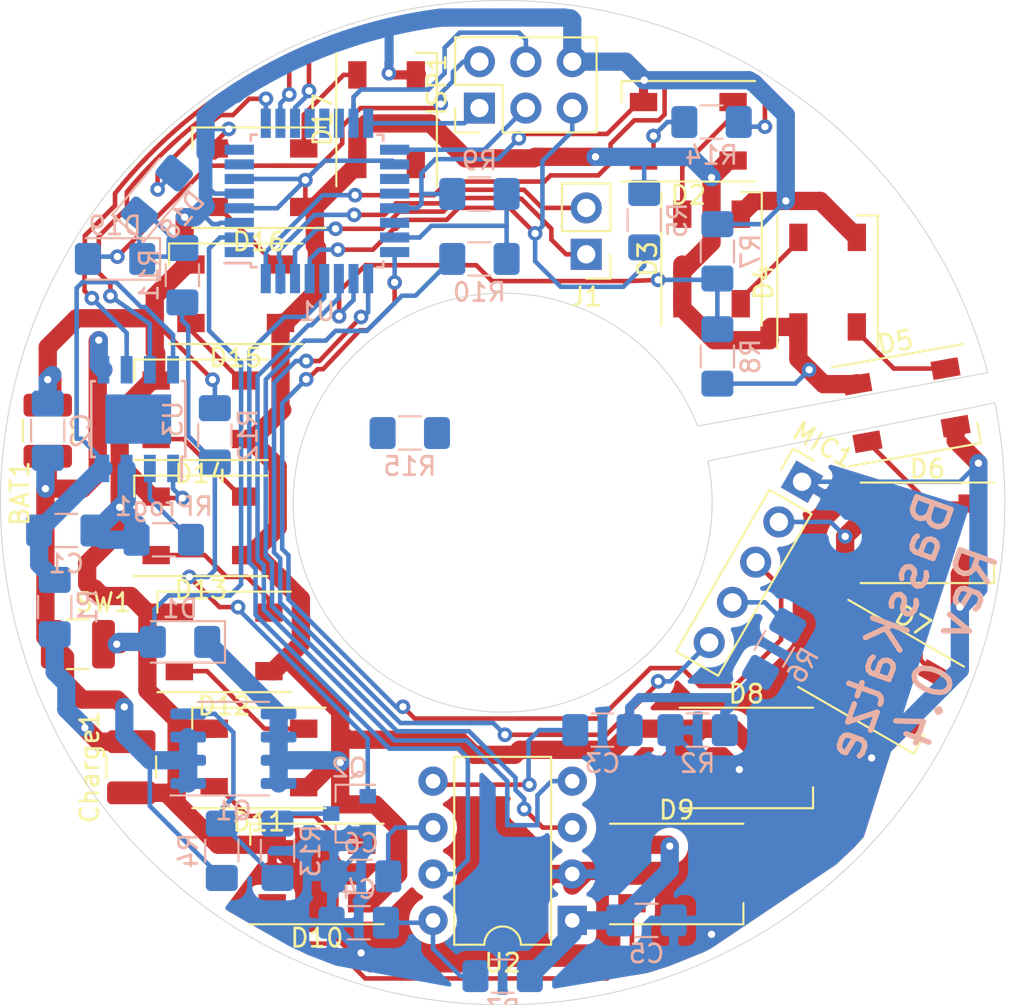
<source format=kicad_pcb>
(kicad_pcb (version 20171130) (host pcbnew 5.1.5)
  (layers (0 F.Cu signal hide) (31 B.Cu signal hide) (34 B.Paste user) (35 F.Paste user hide) (36 B.SilkS user) (37 F.SilkS user hide) (38 B.Mask user) (39 F.Mask user hide) (44 Edge.Cuts user))
  (net 0 "")
  (net 1 BAT-)
  (net 2 "Net-(C1-Pad1)")
  (net 3 BAT+)
  (net 4 "Net-(C3-Pad2)")
  (net 5 "Net-(C3-Pad1)")
  (net 6 "Net-(C4-Pad1)")
  (net 7 PWR)
  (net 8 "Net-(C6-Pad1)")
  (net 9 MOSI)
  (net 10 Reset)
  (net 11 SCK)
  (net 12 MISO)
  (net 13 5V_IN)
  (net 14 "Net-(RProg1-Pad1)")
  (net 15 EQ_Reset)
  (net 16 EQ_Band)
  (net 17 RAW_Spectrum)
  (net 18 Button)
  (net 19 PWR_HOLD)
  (net 20 "Net-(D2-Pad4)")
  (net 21 LED1)
  (net 22 "Net-(D3-Pad4)")
  (net 23 "Net-(D4-Pad4)")
  (net 24 "Net-(D5-Pad4)")
  (net 25 "Net-(D6-Pad4)")
  (net 26 "Net-(D7-Pad4)")
  (net 27 "Net-(D8-Pad4)")
  (net 28 "Net-(D10-Pad2)")
  (net 29 "Net-(D10-Pad4)")
  (net 30 "Net-(D11-Pad4)")
  (net 31 "Net-(D12-Pad4)")
  (net 32 "Net-(D13-Pad4)")
  (net 33 "Net-(D14-Pad4)")
  (net 34 "Net-(D15-Pad4)")
  (net 35 "Net-(D16-Pad4)")
  (net 36 STDBY)
  (net 37 "Net-(Q1-Pad4)")
  (net 38 CHRG)
  (net 39 Gain_Select)
  (net 40 "Net-(MIC1-Pad4)")
  (net 41 Attack_Select)
  (net 42 "Net-(J1-Pad2)")
  (net 43 "Net-(J1-Pad1)")
  (net 44 "Net-(R7-Pad1)")
  (net 45 "Net-(R10-Pad2)")
  (net 46 "Net-(Q2-Pad3)")
  (net 47 "Net-(Q2-Pad1)")
  (net 48 "Net-(D18-Pad1)")
  (net 49 5V_Flash)
  (net 50 "Net-(R14-Pad2)")
  (net 51 "Net-(D17-Pad4)")
  (net 52 "Net-(U1-Pad22)")
  (net 53 "Net-(U1-Pad20)")
  (net 54 "Net-(U1-Pad19)")
  (net 55 "Net-(U1-Pad14)")
  (net 56 "Net-(U1-Pad13)")
  (net 57 "Net-(U1-Pad12)")
  (net 58 "Net-(U1-Pad8)")
  (net 59 "Net-(U1-Pad7)")
  (net 60 "Net-(U1-Pad1)")
  (net 61 "Net-(U3-Pad9)")
  (module Resistor_SMD:R_1206_3216Metric_Pad1.42x1.75mm_HandSolder (layer B.Cu) (at 121.92 123.19)
    (fp_text reference R15 (at 0 1.82) (layer B.SilkS) (effects (justify mirror)))
    (fp_text value 10k)
    (pad 2 smd roundrect (at 1.4875 0) (size 1.425 1.75) (layers B.Cu B.Paste B.Mask) (roundrect_rratio 0.175439) (net 18 Button))
    (pad 1 smd roundrect (at -1.4875 0) (size 1.425 1.75) (layers B.Cu B.Paste B.Mask) (roundrect_rratio 0.175439) (net 1 BAT-))
  )
  (module Resistor_SMD:R_1206_3216Metric_Pad1.42x1.75mm_HandSolder (layer B.Cu) (at 138.43 106.172)
    (fp_text reference R14 (at 0 1.82) (layer B.SilkS) (effects (justify mirror)))
    (fp_text value 470Ohm)
    (pad 1 smd roundrect (at -1.4875 0) (size 1.425 1.75) (layers B.Cu B.Paste B.Mask) (roundrect_rratio 0.175439) (net 21 LED1))
    (pad 2 smd roundrect (at 1.4875 0) (size 1.425 1.75) (layers B.Cu B.Paste B.Mask) (roundrect_rratio 0.175439) (net 50 "Net-(R14-Pad2)"))
  )
  (module Diode_SMD:D_1206_3216Metric_Pad1.42x1.75mm_HandSolder (layer B.Cu) (at 105.791 113.665 180)
    (fp_text reference D19 (at 0 1.82 180) (layer B.SilkS) (effects (justify mirror)))
    (fp_text value D)
    (pad 2 smd roundrect (at 1.4875 0 180) (size 1.425 1.75) (layers B.Cu B.Paste B.Mask) (roundrect_rratio 0.175439) (net 49 5V_Flash))
    (pad 1 smd roundrect (at -1.4875 0 180) (size 1.425 1.75) (layers B.Cu B.Paste B.Mask) (roundrect_rratio 0.175439) (net 48 "Net-(D18-Pad1)"))
  )
  (module Diode_SMD:D_1206_3216Metric_Pad1.42x1.75mm_HandSolder (layer B.Cu) (at 108.077 110.109 50)
    (fp_text reference D18 (at 0 1.82 50) (layer B.SilkS) (effects (justify mirror)))
    (fp_text value D)
    (pad 2 smd roundrect (at 1.4875 0 50) (size 1.425 1.75) (layers B.Cu B.Paste B.Mask) (roundrect_rratio 0.175439) (net 19 PWR_HOLD))
    (pad 1 smd roundrect (at -1.4875 0 50) (size 1.425 1.75) (layers B.Cu B.Paste B.Mask) (roundrect_rratio 0.175439) (net 48 "Net-(D18-Pad1)"))
  )
  (module Resistor_SMD:R_1206_3216Metric_Pad1.42x1.75mm_HandSolder (layer B.Cu) (at 114.681 146.05 90)
    (fp_text reference R13 (at 0 1.82 90) (layer B.SilkS) (effects (justify mirror)))
    (fp_text value 10KOhm)
    (pad 2 smd roundrect (at 1.4875 0 90) (size 1.425 1.75) (layers B.Cu B.Paste B.Mask) (roundrect_rratio 0.175439) (net 46 "Net-(Q2-Pad3)"))
    (pad 1 smd roundrect (at -1.4875 0 90) (size 1.425 1.75) (layers B.Cu B.Paste B.Mask) (roundrect_rratio 0.175439) (net 37 "Net-(Q1-Pad4)"))
  )
  (module Resistor_SMD:R_1206_3216Metric_Pad1.42x1.75mm_HandSolder (layer B.Cu) (at 111.252 123.317 90)
    (fp_text reference R12 (at 0 1.82 270) (layer B.SilkS) (effects (justify mirror)))
    (fp_text value 10KOhm)
    (pad 2 smd roundrect (at 1.4875 0 90) (size 1.425 1.75) (layers B.Cu B.Paste B.Mask) (roundrect_rratio 0.175439) (net 1 BAT-))
    (pad 1 smd roundrect (at -1.4875 0 90) (size 1.425 1.75) (layers B.Cu B.Paste B.Mask) (roundrect_rratio 0.175439) (net 47 "Net-(Q2-Pad1)"))
  )
  (module Resistor_SMD:R_1206_3216Metric_Pad1.42x1.75mm_HandSolder (layer B.Cu) (at 109.474 114.554 270)
    (fp_text reference R11 (at 0 1.82 270) (layer B.SilkS) (effects (justify mirror)))
    (fp_text value 10KOhm)
    (pad 2 smd roundrect (at 1.4875 0 270) (size 1.425 1.75) (layers B.Cu B.Paste B.Mask) (roundrect_rratio 0.175439) (net 47 "Net-(Q2-Pad1)"))
    (pad 1 smd roundrect (at -1.4875 0 270) (size 1.425 1.75) (layers B.Cu B.Paste B.Mask) (roundrect_rratio 0.175439) (net 48 "Net-(D18-Pad1)"))
  )
  (module Package_TO_SOT_SMD:SOT-23 (layer B.Cu) (at 118.618 144.018 180)
    (fp_text reference Q2 (at 0 2.5) (layer B.SilkS) (effects (justify mirror)))
    (fp_text value BSS138)
    (pad 3 smd rect (at 1 0 180) (size 0.9 0.8) (layers B.Cu B.Paste B.Mask) (net 46 "Net-(Q2-Pad3)"))
    (pad 2 smd rect (at -1 -0.95 180) (size 0.9 0.8) (layers B.Cu B.Paste B.Mask) (net 1 BAT-))
    (pad 1 smd rect (at -1 0.95 180) (size 0.9 0.8) (layers B.Cu B.Paste B.Mask) (net 47 "Net-(Q2-Pad1)"))
  )
  (module Resistor_SMD:R_1206_3216Metric_Pad1.42x1.75mm_HandSolder (layer B.Cu) (at 125.73 113.665)
    (fp_text reference R10 (at 0 1.82) (layer B.SilkS) (effects (justify mirror)))
    (fp_text value 5KOhm)
    (pad 2 smd roundrect (at 1.4875 0) (size 1.425 1.75) (layers B.Cu B.Paste B.Mask) (roundrect_rratio 0.175439) (net 45 "Net-(R10-Pad2)"))
    (pad 1 smd roundrect (at -1.4875 0) (size 1.425 1.75) (layers B.Cu B.Paste B.Mask) (roundrect_rratio 0.175439) (net 17 RAW_Spectrum))
  )
  (module Resistor_SMD:R_1206_3216Metric_Pad1.42x1.75mm_HandSolder (layer B.Cu) (at 125.73 110.109 180)
    (fp_text reference R9 (at 0 1.82) (layer B.SilkS) (effects (justify mirror)))
    (fp_text value 1KOhm)
    (pad 2 smd roundrect (at 1.4875 0 180) (size 1.425 1.75) (layers B.Cu B.Paste B.Mask) (roundrect_rratio 0.175439) (net 1 BAT-))
    (pad 1 smd roundrect (at -1.4875 0 180) (size 1.425 1.75) (layers B.Cu B.Paste B.Mask) (roundrect_rratio 0.175439) (net 45 "Net-(R10-Pad2)"))
  )
  (module Resistor_SMD:R_1206_3216Metric_Pad1.42x1.75mm_HandSolder (layer B.Cu) (at 138.75 119 90)
    (fp_text reference R8 (at 0 1.82 90) (layer B.SilkS) (effects (justify mirror)))
    (fp_text value 5KOhm)
    (pad 2 smd roundrect (at 1.4875 0 90) (size 1.425 1.75) (layers B.Cu B.Paste B.Mask) (roundrect_rratio 0.175439) (net 44 "Net-(R7-Pad1)"))
    (pad 1 smd roundrect (at -1.4875 0 90) (size 1.425 1.75) (layers B.Cu B.Paste B.Mask) (roundrect_rratio 0.175439) (net 7 PWR))
  )
  (module Resistor_SMD:R_1206_3216Metric_Pad1.42x1.75mm_HandSolder (layer B.Cu) (at 138.75 113.25 90)
    (fp_text reference R7 (at 0 1.82 90) (layer B.SilkS) (effects (justify mirror)))
    (fp_text value 1KOhm)
    (pad 2 smd roundrect (at 1.4875 0 90) (size 1.425 1.75) (layers B.Cu B.Paste B.Mask) (roundrect_rratio 0.175439) (net 1 BAT-))
    (pad 1 smd roundrect (at -1.4875 0 90) (size 1.425 1.75) (layers B.Cu B.Paste B.Mask) (roundrect_rratio 0.175439) (net 44 "Net-(R7-Pad1)"))
  )
  (module Connector_PinHeader_2.54mm:PinHeader_1x02_P2.54mm_Vertical (layer F.Cu) (at 131.572 113.411 180)
    (fp_text reference J1 (at 0 -2.33) (layer F.SilkS))
    (fp_text value Conn_01x02_Female)
    (pad 2 thru_hole oval (at 0 2.54 180) (size 1.7 1.7) (drill 1) (layers *.Cu *.Mask) (net 42 "Net-(J1-Pad2)"))
    (pad 1 thru_hole rect (at 0 0 180) (size 1.7 1.7) (drill 1) (layers *.Cu *.Mask) (net 43 "Net-(J1-Pad1)"))
  )
  (module Connector_PinHeader_2.54mm:PinHeader_1x05_P2.54mm_Vertical (layer F.Cu) (at 143.383 125.857 330)
    (fp_text reference MIC1 (at 0 -2.33 150) (layer F.SilkS))
    (fp_text value MIC)
    (pad 5 thru_hole oval (at 0 10.16 330) (size 1.7 1.7) (drill 1) (layers *.Cu *.Mask) (net 41 Attack_Select))
    (pad 4 thru_hole oval (at 0 7.62 330) (size 1.7 1.7) (drill 1) (layers *.Cu *.Mask) (net 40 "Net-(MIC1-Pad4)"))
    (pad 3 thru_hole oval (at 0 5.08 330) (size 1.7 1.7) (drill 1) (layers *.Cu *.Mask) (net 39 Gain_Select))
    (pad 2 thru_hole oval (at 0 2.54 330) (size 1.7 1.7) (drill 1) (layers *.Cu *.Mask) (net 7 PWR))
    (pad 1 thru_hole rect (at 0 0 330) (size 1.7 1.7) (drill 1) (layers *.Cu *.Mask) (net 1 BAT-))
  )
  (module Resistor_SMD:R_1206_3216Metric_Pad1.42x1.75mm_HandSolder (layer B.Cu) (at 141.859 135.001 60)
    (fp_text reference R6 (at 0 1.82 60) (layer B.SilkS) (effects (justify mirror)))
    (fp_text value 147KOhm)
    (pad 2 smd roundrect (at 1.4875 0 60) (size 1.425 1.75) (layers B.Cu B.Paste B.Mask) (roundrect_rratio 0.175439) (net 40 "Net-(MIC1-Pad4)"))
    (pad 1 smd roundrect (at -1.4875 0 60) (size 1.425 1.75) (layers B.Cu B.Paste B.Mask) (roundrect_rratio 0.175439) (net 4 "Net-(C3-Pad2)"))
  )
  (module Diode_SMD:D_1206_3216Metric_Pad1.42x1.75mm_HandSolder (layer B.Cu) (at 109.347 134.62 180)
    (fp_text reference D1 (at 0 1.82) (layer B.SilkS) (effects (justify mirror)))
    (fp_text value D)
    (pad 2 smd roundrect (at 1.4875 0 180) (size 1.425 1.75) (layers B.Cu B.Paste B.Mask) (roundrect_rratio 0.175439) (net 18 Button))
    (pad 1 smd roundrect (at -1.4875 0 180) (size 1.425 1.75) (layers B.Cu B.Paste B.Mask) (roundrect_rratio 0.175439) (net 7 PWR))
  )
  (module tp4056:TP4056_SOP-8-PP (layer B.Cu) (at 107.061 122.428 90)
    (fp_text reference U3 (at 0 1.905 90) (layer B.SilkS) (effects (justify mirror)))
    (fp_text value TP4056)
    (pad 9 smd rect (at 0 0 90) (size 2.7 3.6) (layers B.Cu B.Paste B.Mask) (net 61 "Net-(U3-Pad9)"))
    (pad 8 smd rect (at 2.7 1.905 90) (size 1.5 0.65) (layers B.Cu B.Paste B.Mask) (net 2 "Net-(C1-Pad1)"))
    (pad 7 smd rect (at 2.7 0.635 90) (size 1.5 0.65) (layers B.Cu B.Paste B.Mask) (net 38 CHRG))
    (pad 6 smd rect (at 2.7 -0.635 90) (size 1.5 0.65) (layers B.Cu B.Paste B.Mask) (net 36 STDBY))
    (pad 5 smd rect (at 2.7 -1.905 90) (size 1.5 0.65) (layers B.Cu B.Paste B.Mask) (net 3 BAT+))
    (pad 4 smd rect (at -2.7 -1.905 90) (size 1.5 0.65) (layers B.Cu B.Paste B.Mask) (net 2 "Net-(C1-Pad1)"))
    (pad 3 smd rect (at -2.7 -0.635 90) (size 1.5 0.65) (layers B.Cu B.Paste B.Mask) (net 1 BAT-))
    (pad 2 smd rect (at -2.7 0.635 90) (size 1.5 0.65) (layers B.Cu B.Paste B.Mask) (net 14 "Net-(RProg1-Pad1)"))
    (pad 1 smd rect (at -2.7 1.905 90) (size 1.5 0.65) (layers B.Cu B.Paste B.Mask) (net 1 BAT-))
  )
  (module Capacitor_SMD:C_1210_3225Metric (layer F.Cu) (at 103.759 134.747)
    (fp_text reference SW1 (at 1.397 -2.286) (layer F.SilkS))
    (fp_text value SW_Push)
    (pad 2 smd roundrect (at 1.4 0) (size 1.25 2.65) (layers F.Cu F.Paste F.Mask) (roundrect_rratio 0.2) (net 18 Button))
    (pad 1 smd roundrect (at -1.4 0) (size 1.25 2.65) (layers F.Cu F.Paste F.Mask) (roundrect_rratio 0.2) (net 3 BAT+))
  )
  (module Resistor_SMD:R_1206_3216Metric_Pad1.42x1.75mm_HandSolder (layer B.Cu) (at 108.458 129.032 180)
    (fp_text reference RProg1 (at 0 1.82) (layer B.SilkS) (effects (justify mirror)))
    (fp_text value 1.2kOhm)
    (pad 2 smd roundrect (at 1.4875 0 180) (size 1.425 1.75) (layers B.Cu B.Paste B.Mask) (roundrect_rratio 0.175439) (net 1 BAT-))
    (pad 1 smd roundrect (at -1.4875 0 180) (size 1.425 1.75) (layers B.Cu B.Paste B.Mask) (roundrect_rratio 0.175439) (net 14 "Net-(RProg1-Pad1)"))
  )
  (module Resistor_SMD:R_1206_3216Metric_Pad1.42x1.75mm_HandSolder (layer B.Cu) (at 111.633 146.05 270)
    (fp_text reference R4 (at 0 1.82 90) (layer B.SilkS) (effects (justify mirror)))
    (fp_text value 10KOhm)
    (pad 2 smd roundrect (at 1.4875 0 270) (size 1.425 1.75) (layers B.Cu B.Paste B.Mask) (roundrect_rratio 0.175439) (net 3 BAT+))
    (pad 1 smd roundrect (at -1.4875 0 270) (size 1.425 1.75) (layers B.Cu B.Paste B.Mask) (roundrect_rratio 0.175439) (net 37 "Net-(Q1-Pad4)"))
  )
  (module Resistor_SMD:R_1206_3216Metric_Pad1.42x1.75mm_HandSolder (layer B.Cu) (at 102.489 132.715 90)
    (fp_text reference R1 (at 0 1.82 90) (layer B.SilkS) (effects (justify mirror)))
    (fp_text value 0.4Ohm)
    (pad 2 smd roundrect (at 1.4875 0 90) (size 1.425 1.75) (layers B.Cu B.Paste B.Mask) (roundrect_rratio 0.175439) (net 2 "Net-(C1-Pad1)"))
    (pad 1 smd roundrect (at -1.4875 0 90) (size 1.425 1.75) (layers B.Cu B.Paste B.Mask) (roundrect_rratio 0.175439) (net 13 5V_IN))
  )
  (module Package_SO:SOIC-8_3.9x4.9mm_P1.27mm (layer B.Cu) (at 112.268 140.462)
    (fp_text reference Q1 (at 0 3.4) (layer B.SilkS) (effects (justify mirror)))
    (fp_text value IRF7404)
    (pad 8 smd roundrect (at 2.475 1.905) (size 1.95 0.6) (layers B.Cu B.Paste B.Mask) (net 7 PWR))
    (pad 7 smd roundrect (at 2.475 0.635) (size 1.95 0.6) (layers B.Cu B.Paste B.Mask) (net 7 PWR))
    (pad 6 smd roundrect (at 2.475 -0.635) (size 1.95 0.6) (layers B.Cu B.Paste B.Mask) (net 7 PWR))
    (pad 5 smd roundrect (at 2.475 -1.905) (size 1.95 0.6) (layers B.Cu B.Paste B.Mask) (net 7 PWR))
    (pad 4 smd roundrect (at -2.475 -1.905) (size 1.95 0.6) (layers B.Cu B.Paste B.Mask) (net 37 "Net-(Q1-Pad4)"))
    (pad 3 smd roundrect (at -2.475 -0.635) (size 1.95 0.6) (layers B.Cu B.Paste B.Mask) (net 3 BAT+))
    (pad 2 smd roundrect (at -2.475 0.635) (size 1.95 0.6) (layers B.Cu B.Paste B.Mask) (net 3 BAT+))
    (pad 1 smd roundrect (at -2.475 1.905) (size 1.95 0.6) (layers B.Cu B.Paste B.Mask) (net 3 BAT+))
  )
  (module Capacitor_SMD:C_1210_3225Metric (layer F.Cu) (at 102.108 123.063 270)
    (fp_text reference BAT1 (at 3.429 1.524 90) (layer F.SilkS))
    (fp_text value BAT)
    (pad 2 smd roundrect (at 1.4 0 270) (size 1.25 2.65) (layers F.Cu F.Paste F.Mask) (roundrect_rratio 0.2) (net 3 BAT+))
    (pad 1 smd roundrect (at -1.4 0 270) (size 1.25 2.65) (layers F.Cu F.Paste F.Mask) (roundrect_rratio 0.2) (net 1 BAT-))
  )
  (module Capacitor_SMD:C_1210_3225Metric (layer F.Cu) (at 106.68 141.478 90)
    (fp_text reference Charge1 (at 0 -2.28 90) (layer F.SilkS))
    (fp_text value Charge)
    (pad 2 smd roundrect (at 1.4 0 90) (size 1.25 2.65) (layers F.Cu F.Paste F.Mask) (roundrect_rratio 0.2) (net 13 5V_IN))
    (pad 1 smd roundrect (at -1.4 0 90) (size 1.25 2.65) (layers F.Cu F.Paste F.Mask) (roundrect_rratio 0.2) (net 1 BAT-))
  )
  (module Resistor_SMD:R_1206_3216Metric_Pad1.42x1.75mm_HandSolder (layer B.Cu) (at 102.108 123.063 90)
    (fp_text reference C2 (at 0 1.82 90) (layer B.SilkS) (effects (justify mirror)))
    (fp_text value 10uF)
    (pad 2 smd roundrect (at 1.4875 0 90) (size 1.425 1.75) (layers B.Cu B.Paste B.Mask) (roundrect_rratio 0.175439) (net 1 BAT-))
    (pad 1 smd roundrect (at -1.4875 0 90) (size 1.425 1.75) (layers B.Cu B.Paste B.Mask) (roundrect_rratio 0.175439) (net 3 BAT+))
  )
  (module Resistor_SMD:R_1206_3216Metric_Pad1.42x1.75mm_HandSolder (layer B.Cu) (at 103.124 128.524)
    (fp_text reference C1 (at 0 1.82) (layer B.SilkS) (effects (justify mirror)))
    (fp_text value 10uF)
    (pad 2 smd roundrect (at 1.4875 0) (size 1.425 1.75) (layers B.Cu B.Paste B.Mask) (roundrect_rratio 0.175439) (net 1 BAT-))
    (pad 1 smd roundrect (at -1.4875 0) (size 1.425 1.75) (layers B.Cu B.Paste B.Mask) (roundrect_rratio 0.175439) (net 2 "Net-(C1-Pad1)"))
  )
  (module LED_SMD:LED_SK6812_PLCC4_5.0x5.0mm_P3.2mm (layer F.Cu) (at 116.84 147.32 180)
    (fp_text reference D10 (at 0 -3.5) (layer F.SilkS))
    (fp_text value SK6812)
    (pad 3 smd rect (at -2.45 -1.6 180) (size 1.5 1) (layers F.Cu F.Paste F.Mask) (net 7 PWR))
    (pad 4 smd rect (at -2.45 1.6 180) (size 1.5 1) (layers F.Cu F.Paste F.Mask) (net 29 "Net-(D10-Pad4)"))
    (pad 2 smd rect (at 2.45 -1.6 180) (size 1.5 1) (layers F.Cu F.Paste F.Mask) (net 28 "Net-(D10-Pad2)"))
    (pad 1 smd rect (at 2.45 1.6 180) (size 1.5 1) (layers F.Cu F.Paste F.Mask) (net 1 BAT-))
  )
  (module Resistor_SMD:R_1206_3216Metric_Pad1.42x1.75mm_HandSolder (layer B.Cu) (at 134.747 111.5425 90)
    (fp_text reference R5 (at 0 1.82 270) (layer B.SilkS) (effects (justify mirror)))
    (fp_text value 10KOhm)
    (pad 2 smd roundrect (at 1.4875 0 90) (size 1.425 1.75) (layers B.Cu B.Paste B.Mask) (roundrect_rratio 0.175439) (net 7 PWR))
    (pad 1 smd roundrect (at -1.4875 0 90) (size 1.425 1.75) (layers B.Cu B.Paste B.Mask) (roundrect_rratio 0.175439) (net 10 Reset))
  )
  (module LED_SMD:LED_SK6812_PLCC4_5.0x5.0mm_P3.2mm (layer F.Cu) (at 120.65 106.045 90)
    (fp_text reference D17 (at 0 -3.5 90) (layer F.SilkS))
    (fp_text value SK6812)
    (pad 3 smd rect (at -2.45 -1.6 90) (size 1.5 1) (layers F.Cu F.Paste F.Mask) (net 7 PWR))
    (pad 4 smd rect (at -2.45 1.6 90) (size 1.5 1) (layers F.Cu F.Paste F.Mask) (net 51 "Net-(D17-Pad4)"))
    (pad 2 smd rect (at 2.45 -1.6 90) (size 1.5 1) (layers F.Cu F.Paste F.Mask) (net 35 "Net-(D16-Pad4)"))
    (pad 1 smd rect (at 2.45 1.6 90) (size 1.5 1) (layers F.Cu F.Paste F.Mask) (net 1 BAT-))
  )
  (module LED_SMD:LED_SK6812_PLCC4_5.0x5.0mm_P3.2mm (layer F.Cu) (at 113.665 109.22 180)
    (fp_text reference D16 (at 0 -3.5) (layer F.SilkS))
    (fp_text value SK6812)
    (pad 3 smd rect (at -2.45 -1.6 180) (size 1.5 1) (layers F.Cu F.Paste F.Mask) (net 7 PWR))
    (pad 4 smd rect (at -2.45 1.6 180) (size 1.5 1) (layers F.Cu F.Paste F.Mask) (net 35 "Net-(D16-Pad4)"))
    (pad 2 smd rect (at 2.45 -1.6 180) (size 1.5 1) (layers F.Cu F.Paste F.Mask) (net 34 "Net-(D15-Pad4)"))
    (pad 1 smd rect (at 2.45 1.6 180) (size 1.5 1) (layers F.Cu F.Paste F.Mask) (net 1 BAT-))
  )
  (module LED_SMD:LED_SK6812_PLCC4_5.0x5.0mm_P3.2mm (layer F.Cu) (at 112.395 115.57 180)
    (fp_text reference D15 (at 0 -3.5) (layer F.SilkS))
    (fp_text value SK6812)
    (pad 3 smd rect (at -2.45 -1.6 180) (size 1.5 1) (layers F.Cu F.Paste F.Mask) (net 7 PWR))
    (pad 4 smd rect (at -2.45 1.6 180) (size 1.5 1) (layers F.Cu F.Paste F.Mask) (net 34 "Net-(D15-Pad4)"))
    (pad 2 smd rect (at 2.45 -1.6 180) (size 1.5 1) (layers F.Cu F.Paste F.Mask) (net 33 "Net-(D14-Pad4)"))
    (pad 1 smd rect (at 2.45 1.6 180) (size 1.5 1) (layers F.Cu F.Paste F.Mask) (net 1 BAT-))
  )
  (module LED_SMD:LED_SK6812_PLCC4_5.0x5.0mm_P3.2mm (layer F.Cu) (at 110.49 121.92 180)
    (fp_text reference D14 (at 0 -3.5) (layer F.SilkS))
    (fp_text value SK6812)
    (pad 3 smd rect (at -2.45 -1.6 180) (size 1.5 1) (layers F.Cu F.Paste F.Mask) (net 7 PWR))
    (pad 4 smd rect (at -2.45 1.6 180) (size 1.5 1) (layers F.Cu F.Paste F.Mask) (net 33 "Net-(D14-Pad4)"))
    (pad 2 smd rect (at 2.45 -1.6 180) (size 1.5 1) (layers F.Cu F.Paste F.Mask) (net 32 "Net-(D13-Pad4)"))
    (pad 1 smd rect (at 2.45 1.6 180) (size 1.5 1) (layers F.Cu F.Paste F.Mask) (net 1 BAT-))
  )
  (module LED_SMD:LED_SK6812_PLCC4_5.0x5.0mm_P3.2mm (layer F.Cu) (at 110.49 128.27 180)
    (fp_text reference D13 (at 0 -3.5) (layer F.SilkS))
    (fp_text value SK6812)
    (pad 3 smd rect (at -2.45 -1.6 180) (size 1.5 1) (layers F.Cu F.Paste F.Mask) (net 7 PWR))
    (pad 4 smd rect (at -2.45 1.6 180) (size 1.5 1) (layers F.Cu F.Paste F.Mask) (net 32 "Net-(D13-Pad4)"))
    (pad 2 smd rect (at 2.45 -1.6 180) (size 1.5 1) (layers F.Cu F.Paste F.Mask) (net 31 "Net-(D12-Pad4)"))
    (pad 1 smd rect (at 2.45 1.6 180) (size 1.5 1) (layers F.Cu F.Paste F.Mask) (net 1 BAT-))
  )
  (module LED_SMD:LED_SK6812_PLCC4_5.0x5.0mm_P3.2mm (layer F.Cu) (at 111.76 134.62 180)
    (fp_text reference D12 (at 0 -3.5) (layer F.SilkS))
    (fp_text value SK6812)
    (pad 3 smd rect (at -2.45 -1.6 180) (size 1.5 1) (layers F.Cu F.Paste F.Mask) (net 7 PWR))
    (pad 4 smd rect (at -2.45 1.6 180) (size 1.5 1) (layers F.Cu F.Paste F.Mask) (net 31 "Net-(D12-Pad4)"))
    (pad 2 smd rect (at 2.45 -1.6 180) (size 1.5 1) (layers F.Cu F.Paste F.Mask) (net 30 "Net-(D11-Pad4)"))
    (pad 1 smd rect (at 2.45 1.6 180) (size 1.5 1) (layers F.Cu F.Paste F.Mask) (net 1 BAT-))
  )
  (module LED_SMD:LED_SK6812_PLCC4_5.0x5.0mm_P3.2mm (layer F.Cu) (at 113.665 140.97 180)
    (fp_text reference D11 (at 0 -3.5) (layer F.SilkS))
    (fp_text value SK6812)
    (pad 3 smd rect (at -2.45 -1.6 180) (size 1.5 1) (layers F.Cu F.Paste F.Mask) (net 7 PWR))
    (pad 4 smd rect (at -2.45 1.6 180) (size 1.5 1) (layers F.Cu F.Paste F.Mask) (net 30 "Net-(D11-Pad4)"))
    (pad 2 smd rect (at 2.45 -1.6 180) (size 1.5 1) (layers F.Cu F.Paste F.Mask) (net 29 "Net-(D10-Pad4)"))
    (pad 1 smd rect (at 2.45 1.6 180) (size 1.5 1) (layers F.Cu F.Paste F.Mask) (net 1 BAT-))
  )
  (module LED_SMD:LED_SK6812_PLCC4_5.0x5.0mm_P3.2mm (layer F.Cu) (at 136.525 147.32)
    (fp_text reference D9 (at 0 -3.5) (layer F.SilkS))
    (fp_text value SK6812)
    (pad 3 smd rect (at -2.45 -1.6) (size 1.5 1) (layers F.Cu F.Paste F.Mask) (net 7 PWR))
    (pad 4 smd rect (at -2.45 1.6) (size 1.5 1) (layers F.Cu F.Paste F.Mask) (net 28 "Net-(D10-Pad2)"))
    (pad 2 smd rect (at 2.45 -1.6) (size 1.5 1) (layers F.Cu F.Paste F.Mask) (net 27 "Net-(D8-Pad4)"))
    (pad 1 smd rect (at 2.45 1.6) (size 1.5 1) (layers F.Cu F.Paste F.Mask) (net 1 BAT-))
  )
  (module LED_SMD:LED_SK6812_PLCC4_5.0x5.0mm_P3.2mm (layer F.Cu) (at 140.335 140.97)
    (fp_text reference D8 (at 0 -3.5) (layer F.SilkS))
    (fp_text value SK6812)
    (pad 3 smd rect (at -2.45 -1.6) (size 1.5 1) (layers F.Cu F.Paste F.Mask) (net 7 PWR))
    (pad 4 smd rect (at -2.45 1.6) (size 1.5 1) (layers F.Cu F.Paste F.Mask) (net 27 "Net-(D8-Pad4)"))
    (pad 2 smd rect (at 2.45 -1.6) (size 1.5 1) (layers F.Cu F.Paste F.Mask) (net 26 "Net-(D7-Pad4)"))
    (pad 1 smd rect (at 2.45 1.6) (size 1.5 1) (layers F.Cu F.Paste F.Mask) (net 1 BAT-))
  )
  (module LED_SMD:LED_SK6812_PLCC4_5.0x5.0mm_P3.2mm (layer F.Cu) (at 147.701 136.525 330)
    (fp_text reference D7 (at 0 -3.5 150) (layer F.SilkS))
    (fp_text value SK6812)
    (pad 3 smd rect (at -2.45 -1.6 330) (size 1.5 1) (layers F.Cu F.Paste F.Mask) (net 7 PWR))
    (pad 4 smd rect (at -2.45 1.6 330) (size 1.5 1) (layers F.Cu F.Paste F.Mask) (net 26 "Net-(D7-Pad4)"))
    (pad 2 smd rect (at 2.45 -1.6 330) (size 1.5 1) (layers F.Cu F.Paste F.Mask) (net 25 "Net-(D6-Pad4)"))
    (pad 1 smd rect (at 2.45 1.6 330) (size 1.5 1) (layers F.Cu F.Paste F.Mask) (net 1 BAT-))
  )
  (module LED_SMD:LED_SK6812_PLCC4_5.0x5.0mm_P3.2mm (layer F.Cu) (at 150.241 128.651)
    (fp_text reference D6 (at 0 -3.5) (layer F.SilkS))
    (fp_text value SK6812)
    (pad 3 smd rect (at -2.45 -1.6) (size 1.5 1) (layers F.Cu F.Paste F.Mask) (net 7 PWR))
    (pad 4 smd rect (at -2.45 1.6) (size 1.5 1) (layers F.Cu F.Paste F.Mask) (net 25 "Net-(D6-Pad4)"))
    (pad 2 smd rect (at 2.45 -1.6) (size 1.5 1) (layers F.Cu F.Paste F.Mask) (net 24 "Net-(D5-Pad4)"))
    (pad 1 smd rect (at 2.45 1.6) (size 1.5 1) (layers F.Cu F.Paste F.Mask) (net 1 BAT-))
  )
  (module LED_SMD:LED_SK6812_PLCC4_5.0x5.0mm_P3.2mm (layer F.Cu) (at 149.098 121.666 10)
    (fp_text reference D5 (at 0 -3.5 10) (layer F.SilkS))
    (fp_text value SK6812)
    (pad 3 smd rect (at -2.45 -1.6 10) (size 1.5 1) (layers F.Cu F.Paste F.Mask) (net 7 PWR))
    (pad 4 smd rect (at -2.45 1.6 10) (size 1.5 1) (layers F.Cu F.Paste F.Mask) (net 24 "Net-(D5-Pad4)"))
    (pad 2 smd rect (at 2.45 -1.6 10) (size 1.5 1) (layers F.Cu F.Paste F.Mask) (net 23 "Net-(D4-Pad4)"))
    (pad 1 smd rect (at 2.45 1.6 10) (size 1.5 1) (layers F.Cu F.Paste F.Mask) (net 1 BAT-))
  )
  (module LED_SMD:LED_SK6812_PLCC4_5.0x5.0mm_P3.2mm (layer F.Cu) (at 144.78 114.935 90)
    (fp_text reference D4 (at 0 -3.5 90) (layer F.SilkS))
    (fp_text value SK6812)
    (pad 3 smd rect (at -2.45 -1.6 90) (size 1.5 1) (layers F.Cu F.Paste F.Mask) (net 7 PWR))
    (pad 4 smd rect (at -2.45 1.6 90) (size 1.5 1) (layers F.Cu F.Paste F.Mask) (net 23 "Net-(D4-Pad4)"))
    (pad 2 smd rect (at 2.45 -1.6 90) (size 1.5 1) (layers F.Cu F.Paste F.Mask) (net 22 "Net-(D3-Pad4)"))
    (pad 1 smd rect (at 2.45 1.6 90) (size 1.5 1) (layers F.Cu F.Paste F.Mask) (net 1 BAT-))
  )
  (module LED_SMD:LED_SK6812_PLCC4_5.0x5.0mm_P3.2mm (layer F.Cu) (at 138.43 113.665 90)
    (fp_text reference D3 (at 0 -3.5 90) (layer F.SilkS))
    (fp_text value SK6812)
    (pad 3 smd rect (at -2.45 -1.6 90) (size 1.5 1) (layers F.Cu F.Paste F.Mask) (net 7 PWR))
    (pad 4 smd rect (at -2.45 1.6 90) (size 1.5 1) (layers F.Cu F.Paste F.Mask) (net 22 "Net-(D3-Pad4)"))
    (pad 2 smd rect (at 2.45 -1.6 90) (size 1.5 1) (layers F.Cu F.Paste F.Mask) (net 20 "Net-(D2-Pad4)"))
    (pad 1 smd rect (at 2.45 1.6 90) (size 1.5 1) (layers F.Cu F.Paste F.Mask) (net 1 BAT-))
  )
  (module LED_SMD:LED_SK6812_PLCC4_5.0x5.0mm_P3.2mm (layer F.Cu) (at 137.16 106.68 180)
    (fp_text reference D2 (at 0 -3.5) (layer F.SilkS))
    (fp_text value SK6812)
    (pad 3 smd rect (at -2.45 -1.6 180) (size 1.5 1) (layers F.Cu F.Paste F.Mask) (net 7 PWR))
    (pad 4 smd rect (at -2.45 1.6 180) (size 1.5 1) (layers F.Cu F.Paste F.Mask) (net 20 "Net-(D2-Pad4)"))
    (pad 2 smd rect (at 2.45 -1.6 180) (size 1.5 1) (layers F.Cu F.Paste F.Mask) (net 21 LED1))
    (pad 1 smd rect (at 2.45 1.6 180) (size 1.5 1) (layers F.Cu F.Paste F.Mask) (net 1 BAT-))
  )
  (module Package_DIP:DIP-8_W7.62mm (layer F.Cu) (at 130.81 149.86 180)
    (fp_text reference U2 (at 3.81 -2.33) (layer F.SilkS))
    (fp_text value MSGEQ7)
    (pad 8 thru_hole oval (at 7.62 0 180) (size 1.6 1.6) (drill 0.8) (layers *.Cu *.Mask) (net 6 "Net-(C4-Pad1)"))
    (pad 4 thru_hole oval (at 0 7.62 180) (size 1.6 1.6) (drill 0.8) (layers *.Cu *.Mask) (net 16 EQ_Band))
    (pad 7 thru_hole oval (at 7.62 2.54 180) (size 1.6 1.6) (drill 0.8) (layers *.Cu *.Mask) (net 15 EQ_Reset))
    (pad 3 thru_hole oval (at 0 5.08 180) (size 1.6 1.6) (drill 0.8) (layers *.Cu *.Mask) (net 17 RAW_Spectrum))
    (pad 6 thru_hole oval (at 7.62 5.08 180) (size 1.6 1.6) (drill 0.8) (layers *.Cu *.Mask) (net 8 "Net-(C6-Pad1)"))
    (pad 2 thru_hole oval (at 0 2.54 180) (size 1.6 1.6) (drill 0.8) (layers *.Cu *.Mask) (net 1 BAT-))
    (pad 5 thru_hole oval (at 7.62 7.62 180) (size 1.6 1.6) (drill 0.8) (layers *.Cu *.Mask) (net 5 "Net-(C3-Pad1)"))
    (pad 1 thru_hole rect (at 0 0 180) (size 1.6 1.6) (drill 0.8) (layers *.Cu *.Mask) (net 7 PWR))
  )
  (module Package_QFP:TQFP-32_7x7mm_P0.8mm (layer B.Cu) (at 116.84 110.49)
    (fp_text reference U1 (at 0 6.05) (layer B.SilkS) (effects (justify mirror)))
    (fp_text value ATmega328-AU)
    (pad 32 smd rect (at -2.8 4.25 270) (size 1.6 0.55) (layers B.Cu B.Paste B.Mask) (net 50 "Net-(R14-Pad2)"))
    (pad 31 smd rect (at -2 4.25 270) (size 1.6 0.55) (layers B.Cu B.Paste B.Mask) (net 42 "Net-(J1-Pad2)"))
    (pad 30 smd rect (at -1.2 4.25 270) (size 1.6 0.55) (layers B.Cu B.Paste B.Mask) (net 43 "Net-(J1-Pad1)"))
    (pad 29 smd rect (at -0.4 4.25 270) (size 1.6 0.55) (layers B.Cu B.Paste B.Mask) (net 10 Reset))
    (pad 28 smd rect (at 0.4 4.25 270) (size 1.6 0.55) (layers B.Cu B.Paste B.Mask) (net 15 EQ_Reset))
    (pad 27 smd rect (at 1.2 4.25 270) (size 1.6 0.55) (layers B.Cu B.Paste B.Mask) (net 16 EQ_Band))
    (pad 26 smd rect (at 2 4.25 270) (size 1.6 0.55) (layers B.Cu B.Paste B.Mask) (net 44 "Net-(R7-Pad1)"))
    (pad 25 smd rect (at 2.8 4.25 270) (size 1.6 0.55) (layers B.Cu B.Paste B.Mask) (net 41 Attack_Select))
    (pad 24 smd rect (at 4.25 2.8) (size 1.6 0.55) (layers B.Cu B.Paste B.Mask) (net 39 Gain_Select))
    (pad 23 smd rect (at 4.25 2) (size 1.6 0.55) (layers B.Cu B.Paste B.Mask) (net 45 "Net-(R10-Pad2)"))
    (pad 22 smd rect (at 4.25 1.2) (size 1.6 0.55) (layers B.Cu B.Paste B.Mask) (net 52 "Net-(U1-Pad22)"))
    (pad 21 smd rect (at 4.25 0.4) (size 1.6 0.55) (layers B.Cu B.Paste B.Mask) (net 1 BAT-))
    (pad 20 smd rect (at 4.25 -0.4) (size 1.6 0.55) (layers B.Cu B.Paste B.Mask) (net 53 "Net-(U1-Pad20)"))
    (pad 19 smd rect (at 4.25 -1.2) (size 1.6 0.55) (layers B.Cu B.Paste B.Mask) (net 54 "Net-(U1-Pad19)"))
    (pad 18 smd rect (at 4.25 -2) (size 1.6 0.55) (layers B.Cu B.Paste B.Mask) (net 7 PWR))
    (pad 17 smd rect (at 4.25 -2.8) (size 1.6 0.55) (layers B.Cu B.Paste B.Mask) (net 11 SCK))
    (pad 16 smd rect (at 2.8 -4.25 270) (size 1.6 0.55) (layers B.Cu B.Paste B.Mask) (net 12 MISO))
    (pad 15 smd rect (at 2 -4.25 270) (size 1.6 0.55) (layers B.Cu B.Paste B.Mask) (net 9 MOSI))
    (pad 14 smd rect (at 1.2 -4.25 270) (size 1.6 0.55) (layers B.Cu B.Paste B.Mask) (net 55 "Net-(U1-Pad14)"))
    (pad 13 smd rect (at 0.4 -4.25 270) (size 1.6 0.55) (layers B.Cu B.Paste B.Mask) (net 56 "Net-(U1-Pad13)"))
    (pad 12 smd rect (at -0.4 -4.25 270) (size 1.6 0.55) (layers B.Cu B.Paste B.Mask) (net 57 "Net-(U1-Pad12)"))
    (pad 11 smd rect (at -1.2 -4.25 270) (size 1.6 0.55) (layers B.Cu B.Paste B.Mask) (net 36 STDBY))
    (pad 10 smd rect (at -2 -4.25 270) (size 1.6 0.55) (layers B.Cu B.Paste B.Mask) (net 38 CHRG))
    (pad 9 smd rect (at -2.8 -4.25 270) (size 1.6 0.55) (layers B.Cu B.Paste B.Mask) (net 19 PWR_HOLD))
    (pad 8 smd rect (at -4.25 -2.8) (size 1.6 0.55) (layers B.Cu B.Paste B.Mask) (net 58 "Net-(U1-Pad8)"))
    (pad 7 smd rect (at -4.25 -2) (size 1.6 0.55) (layers B.Cu B.Paste B.Mask) (net 59 "Net-(U1-Pad7)"))
    (pad 6 smd rect (at -4.25 -1.2) (size 1.6 0.55) (layers B.Cu B.Paste B.Mask) (net 7 PWR))
    (pad 5 smd rect (at -4.25 -0.4) (size 1.6 0.55) (layers B.Cu B.Paste B.Mask) (net 1 BAT-))
    (pad 4 smd rect (at -4.25 0.4) (size 1.6 0.55) (layers B.Cu B.Paste B.Mask) (net 7 PWR))
    (pad 3 smd rect (at -4.25 1.2) (size 1.6 0.55) (layers B.Cu B.Paste B.Mask) (net 1 BAT-))
    (pad 2 smd rect (at -4.25 2) (size 1.6 0.55) (layers B.Cu B.Paste B.Mask) (net 18 Button))
    (pad 1 smd rect (at -4.25 2.8) (size 1.6 0.55) (layers B.Cu B.Paste B.Mask) (net 60 "Net-(U1-Pad1)"))
  )
  (module Resistor_SMD:R_1206_3216Metric_Pad1.42x1.75mm_HandSolder (layer B.Cu) (at 127 152.908)
    (fp_text reference R3 (at 0 1.82) (layer B.SilkS) (effects (justify mirror)))
    (fp_text value 200KOhm)
    (pad 2 smd roundrect (at 1.4875 0) (size 1.425 1.75) (layers B.Cu B.Paste B.Mask) (roundrect_rratio 0.175439) (net 7 PWR))
    (pad 1 smd roundrect (at -1.4875 0) (size 1.425 1.75) (layers B.Cu B.Paste B.Mask) (roundrect_rratio 0.175439) (net 6 "Net-(C4-Pad1)"))
  )
  (module Resistor_SMD:R_1206_3216Metric_Pad1.42x1.75mm_HandSolder (layer B.Cu) (at 137.668 139.446)
    (fp_text reference R2 (at 0 1.82) (layer B.SilkS) (effects (justify mirror)))
    (fp_text value 26KOhm)
    (pad 2 smd roundrect (at 1.4875 0) (size 1.425 1.75) (layers B.Cu B.Paste B.Mask) (roundrect_rratio 0.175439) (net 4 "Net-(C3-Pad2)"))
    (pad 1 smd roundrect (at -1.4875 0) (size 1.425 1.75) (layers B.Cu B.Paste B.Mask) (roundrect_rratio 0.175439) (net 1 BAT-))
  )
  (module Connector_PinHeader_2.54mm:PinHeader_2x03_P2.54mm_Vertical (layer F.Cu) (at 125.73 105.41 90)
    (fp_text reference ISP1 (at 1.27 -2.33 90) (layer F.SilkS))
    (fp_text value Conn_02x03_Counter_Clockwise)
    (pad 6 thru_hole oval (at 2.54 5.08 90) (size 1.7 1.7) (drill 1) (layers *.Cu *.Mask) (net 1 BAT-))
    (pad 5 thru_hole oval (at 0 5.08 90) (size 1.7 1.7) (drill 1) (layers *.Cu *.Mask) (net 10 Reset))
    (pad 4 thru_hole oval (at 2.54 2.54 90) (size 1.7 1.7) (drill 1) (layers *.Cu *.Mask) (net 9 MOSI))
    (pad 3 thru_hole oval (at 0 2.54 90) (size 1.7 1.7) (drill 1) (layers *.Cu *.Mask) (net 11 SCK))
    (pad 2 thru_hole oval (at 2.54 0 90) (size 1.7 1.7) (drill 1) (layers *.Cu *.Mask) (net 49 5V_Flash))
    (pad 1 thru_hole rect (at 0 0 90) (size 1.7 1.7) (drill 1) (layers *.Cu *.Mask) (net 12 MISO))
  )
  (module Resistor_SMD:R_1206_3216Metric_Pad1.42x1.75mm_HandSolder (layer B.Cu) (at 119.253 147.447 180)
    (fp_text reference C6 (at 0 1.82) (layer B.SilkS) (effects (justify mirror)))
    (fp_text value 0.1uF)
    (pad 2 smd roundrect (at 1.4875 0 180) (size 1.425 1.75) (layers B.Cu B.Paste B.Mask) (roundrect_rratio 0.175439) (net 1 BAT-))
    (pad 1 smd roundrect (at -1.4875 0 180) (size 1.425 1.75) (layers B.Cu B.Paste B.Mask) (roundrect_rratio 0.175439) (net 8 "Net-(C6-Pad1)"))
  )
  (module Resistor_SMD:R_1206_3216Metric_Pad1.42x1.75mm_HandSolder (layer B.Cu) (at 134.874 149.86)
    (fp_text reference C5 (at 0 1.82) (layer B.SilkS) (effects (justify mirror)))
    (fp_text value 0.1uF)
    (pad 2 smd roundrect (at 1.4875 0) (size 1.425 1.75) (layers B.Cu B.Paste B.Mask) (roundrect_rratio 0.175439) (net 1 BAT-))
    (pad 1 smd roundrect (at -1.4875 0) (size 1.425 1.75) (layers B.Cu B.Paste B.Mask) (roundrect_rratio 0.175439) (net 7 PWR))
  )
  (module Resistor_SMD:R_1206_3216Metric_Pad1.42x1.75mm_HandSolder (layer B.Cu) (at 119.126 149.987 180)
    (fp_text reference C4 (at 0 1.82) (layer B.SilkS) (effects (justify mirror)))
    (fp_text value 33pF)
    (pad 2 smd roundrect (at 1.4875 0 180) (size 1.425 1.75) (layers B.Cu B.Paste B.Mask) (roundrect_rratio 0.175439) (net 1 BAT-))
    (pad 1 smd roundrect (at -1.4875 0 180) (size 1.425 1.75) (layers B.Cu B.Paste B.Mask) (roundrect_rratio 0.175439) (net 6 "Net-(C4-Pad1)"))
  )
  (module Resistor_SMD:R_1206_3216Metric_Pad1.42x1.75mm_HandSolder (layer B.Cu) (at 132.461 139.446)
    (fp_text reference C3 (at 0 1.82 180) (layer B.SilkS) (effects (justify mirror)))
    (fp_text value 0.1uF)
    (pad 2 smd roundrect (at 1.4875 0) (size 1.425 1.75) (layers B.Cu B.Paste B.Mask) (roundrect_rratio 0.175439) (net 4 "Net-(C3-Pad2)"))
    (pad 1 smd roundrect (at -1.4875 0) (size 1.425 1.75) (layers B.Cu B.Paste B.Mask) (roundrect_rratio 0.175439) (net 5 "Net-(C3-Pad1)"))
  )
  (gr_text "BassKatze\nRev 0.4" (at 149.733 134.366 70) (layer B.SilkS) (effects (font (size 2 2) (thickness 0.3)) (justify mirror)))
  (gr_line (start 137.667999 122.809001) (end 153.542999 119.888001) (layer Edge.Cuts) (width 0.05))
  (gr_line (start 138.232971 124.721615) (end 153.930903 121.537601) (layer Edge.Cuts) (width 0.05))
  (gr_arc (start 127 127) (end 137.667999 122.809001) (angle -350.0180296) (layer Edge.Cuts) (width 0.05))
  (gr_arc (start 127 127) (end 153.542999 119.888001) (angle -356.4661216) (layer Edge.Cuts) (width 0.05))
  (segment (start 111.215 139.37) (end 109.465 139.37) (width 1) (layer F.Cu) (net 1))
  (segment (start 109.16 139.065) (end 109.16 139.005) (width 1) (layer F.Cu) (net 1))
  (segment (start 109.06 133.02) (end 109.31 133.02) (width 1) (layer F.Cu) (net 1))
  (segment (start 109.31 133.02) (end 107.56 133.02) (width 1) (layer F.Cu) (net 1))
  (segment (start 107.79 126.67) (end 108.04 126.67) (width 1) (layer F.Cu) (net 1))
  (segment (start 107.79 126.67) (end 106.045 124.925) (width 1) (layer F.Cu) (net 1))
  (segment (start 107.79 120.32) (end 108.04 120.32) (width 1) (layer F.Cu) (net 1))
  (segment (start 106.045 124.925) (end 106.045 122.065) (width 1) (layer F.Cu) (net 1))
  (segment (start 108.04 118.82) (end 107.965 118.745) (width 1) (layer F.Cu) (net 1))
  (segment (start 108.04 120.32) (end 108.04 118.82) (width 1) (layer F.Cu) (net 1))
  (segment (start 109.695 113.97) (end 109.945 113.97) (width 1) (layer F.Cu) (net 1))
  (segment (start 107.965 115.7) (end 109.695 113.97) (width 1) (layer F.Cu) (net 1))
  (segment (start 110.965 107.62) (end 111.215 107.62) (width 1) (layer F.Cu) (net 1))
  (segment (start 111.215 107.62) (end 111.465 107.62) (width 1) (layer F.Cu) (net 1))
  (segment (start 122.25 103.345) (end 122.25 103.595) (width 1) (layer F.Cu) (net 1))
  (segment (start 122.25 103.595) (end 122.25 103.845) (width 1) (layer F.Cu) (net 1))
  (segment (start 140.03 110.965) (end 140.03 111.215) (width 1) (layer F.Cu) (net 1))
  (segment (start 146.38 112.235) (end 146.38 112.485) (width 1) (layer F.Cu) (net 1))
  (segment (start 143.035 142.57) (end 142.785 142.57) (width 1) (layer F.Cu) (net 1))
  (segment (start 142.535 142.57) (end 140.97 144.135) (width 1) (layer F.Cu) (net 1))
  (segment (start 142.785 142.57) (end 142.535 142.57) (width 1) (layer F.Cu) (net 1))
  (segment (start 140.97 144.135) (end 140.97 147.32) (width 1) (layer F.Cu) (net 1))
  (segment (start 139.225 148.92) (end 138.975 148.92) (width 1) (layer F.Cu) (net 1))
  (segment (start 140.825 147.32) (end 139.225 148.92) (width 1) (layer F.Cu) (net 1))
  (segment (start 140.97 147.32) (end 140.825 147.32) (width 1) (layer F.Cu) (net 1))
  (segment (start 131.609999 147.155001) (end 130.81 147.955) (width 1) (layer F.Cu) (net 1))
  (segment (start 136.960001 147.155001) (end 131.609999 147.155001) (width 1) (layer F.Cu) (net 1))
  (segment (start 138.975 148.92) (end 138.725 148.92) (width 1) (layer F.Cu) (net 1))
  (segment (start 138.725 148.92) (end 136.960001 147.155001) (width 1) (layer F.Cu) (net 1))
  (segment (start 130.974999 147.155001) (end 130.81 147.32) (width 1) (layer F.Cu) (net 1))
  (segment (start 131.609999 147.155001) (end 130.974999 147.155001) (width 1) (layer F.Cu) (net 1))
  (segment (start 114.64 145.72) (end 114.39 145.72) (width 1) (layer F.Cu) (net 1))
  (segment (start 129.67863 147.32) (end 127 149.99863) (width 1) (layer F.Cu) (net 1))
  (segment (start 127 149.99863) (end 126.86137 149.99863) (width 1) (layer F.Cu) (net 1))
  (segment (start 126.86137 149.99863) (end 124.65001 152.20999) (width 1) (layer F.Cu) (net 1))
  (segment (start 116.84 149.225) (end 116.84 147.92) (width 1) (layer F.Cu) (net 1))
  (segment (start 130.81 147.32) (end 129.67863 147.32) (width 1) (layer F.Cu) (net 1))
  (segment (start 124.65001 152.20999) (end 119.82499 152.20999) (width 1) (layer F.Cu) (net 1))
  (segment (start 109.16 139.005) (end 109.16 143.45) (width 1) (layer F.Cu) (net 1))
  (segment (start 111.43 145.72) (end 114.39 145.72) (width 1) (layer F.Cu) (net 1))
  (segment (start 132.715 106.825) (end 128.125 106.825) (width 0.25) (layer F.Cu) (net 1))
  (segment (start 134.71 105.08) (end 134.46 105.08) (width 0.25) (layer F.Cu) (net 1))
  (segment (start 134.46 105.08) (end 132.715 106.825) (width 0.25) (layer F.Cu) (net 1))
  (via (at 138.43 150.622) (size 0.8) (drill 0.4) (layers F.Cu B.Cu) (net 1))
  (segment (start 136.3615 149.86) (end 137.668 149.86) (width 0.25) (layer B.Cu) (net 1))
  (segment (start 137.668 149.86) (end 138.43 150.622) (width 0.25) (layer B.Cu) (net 1))
  (segment (start 138.43 149.465) (end 138.975 148.92) (width 0.25) (layer F.Cu) (net 1))
  (segment (start 138.43 150.622) (end 138.43 149.465) (width 0.25) (layer F.Cu) (net 1))
  (segment (start 102.108 121.5755) (end 102.108 120.269) (width 1) (layer B.Cu) (net 1))
  (segment (start 102.108 120.269) (end 102.362 120.015) (width 1) (layer B.Cu) (net 1))
  (segment (start 107.965 118.745) (end 107.965 116.825) (width 1) (layer F.Cu) (net 1))
  (segment (start 107.965 116.825) (end 107.965 115.7) (width 1) (layer F.Cu) (net 1))
  (segment (start 102.362 121.409) (end 102.108 121.663) (width 1) (layer F.Cu) (net 1))
  (segment (start 102.362 120.015) (end 102.362 121.409) (width 1) (layer F.Cu) (net 1))
  (segment (start 107.56 133.02) (end 106.65 132.11) (width 1) (layer F.Cu) (net 1))
  (segment (start 106.084315 132.11) (end 106.65 132.11) (width 1) (layer F.Cu) (net 1))
  (segment (start 105.081998 132.11) (end 106.084315 132.11) (width 1) (layer F.Cu) (net 1))
  (segment (start 104.670998 131.699) (end 105.081998 132.11) (width 1) (layer F.Cu) (net 1))
  (segment (start 104.267 130.324998) (end 104.267 131.445) (width 1) (layer F.Cu) (net 1))
  (segment (start 106.045 128.546998) (end 104.267 130.324998) (width 1) (layer F.Cu) (net 1))
  (segment (start 104.267 131.445) (end 104.521 131.699) (width 1) (layer F.Cu) (net 1))
  (segment (start 104.521 131.699) (end 104.670998 131.699) (width 1) (layer F.Cu) (net 1))
  (segment (start 114.3 145.81) (end 114.39 145.72) (width 0.25) (layer F.Cu) (net 1))
  (segment (start 116.84 147.92) (end 116.159 147.239) (width 1) (layer F.Cu) (net 1))
  (segment (start 116.159 147.239) (end 114.64 145.72) (width 1) (layer F.Cu) (net 1))
  (segment (start 117.6385 148.4995) (end 117.6385 147.574) (width 0.5) (layer B.Cu) (net 1))
  (segment (start 117.6385 147.574) (end 117.7655 147.447) (width 0.5) (layer B.Cu) (net 1))
  (segment (start 117.6385 149.987) (end 117.6385 147.574) (width 0.5) (layer B.Cu) (net 1))
  (segment (start 117.6385 149.987) (end 117.6385 150.0235) (width 0.5) (layer B.Cu) (net 1))
  (via (at 119.253 151.638) (size 0.8) (drill 0.4) (layers F.Cu B.Cu) (net 1))
  (segment (start 119.82499 152.20999) (end 119.253 151.638) (width 1) (layer F.Cu) (net 1))
  (segment (start 117.6385 150.0235) (end 119.253 151.638) (width 0.5) (layer B.Cu) (net 1))
  (segment (start 119.253 151.638) (end 116.84 149.225) (width 1) (layer F.Cu) (net 1))
  (segment (start 108.588 142.878) (end 109.6645 143.9545) (width 1) (layer F.Cu) (net 1))
  (segment (start 106.68 142.878) (end 108.588 142.878) (width 1) (layer F.Cu) (net 1))
  (segment (start 109.16 143.45) (end 109.6645 143.9545) (width 1) (layer F.Cu) (net 1))
  (segment (start 109.6645 143.9545) (end 111.43 145.72) (width 1) (layer F.Cu) (net 1))
  (segment (start 107.56 137.278) (end 107.56 133.02) (width 1) (layer F.Cu) (net 1))
  (segment (start 109.465 139.37) (end 109.465 139.183) (width 1) (layer F.Cu) (net 1))
  (segment (start 109.465 139.183) (end 107.56 137.278) (width 1) (layer F.Cu) (net 1))
  (via (at 142.494 110.49) (size 0.8) (drill 0.4) (layers F.Cu B.Cu) (net 1))
  (segment (start 140.755 110.49) (end 140.03 111.215) (width 1) (layer F.Cu) (net 1))
  (segment (start 142.494 110.49) (end 140.755 110.49) (width 1) (layer F.Cu) (net 1))
  (segment (start 144.385 110.49) (end 146.38 112.485) (width 1) (layer F.Cu) (net 1))
  (segment (start 142.494 110.49) (end 144.385 110.49) (width 1) (layer F.Cu) (net 1))
  (segment (start 122.301 103.544) (end 122.25 103.595) (width 1) (layer F.Cu) (net 1))
  (via (at 106.045 127.254) (size 0.8) (drill 0.4) (layers F.Cu B.Cu) (net 1))
  (segment (start 106.045 124.925) (end 106.045 127.254) (width 1) (layer F.Cu) (net 1))
  (segment (start 106.045 127.254) (end 106.045 128.546998) (width 1) (layer F.Cu) (net 1))
  (segment (start 108.243 126.873) (end 108.04 126.67) (width 0.25) (layer F.Cu) (net 1))
  (segment (start 104.775 128.524) (end 106.045 127.254) (width 1) (layer B.Cu) (net 1))
  (segment (start 104.6115 128.524) (end 104.775 128.524) (width 1) (layer B.Cu) (net 1))
  (segment (start 105.1195 129.032) (end 104.6115 128.524) (width 1) (layer B.Cu) (net 1))
  (segment (start 106.9705 129.032) (end 105.1195 129.032) (width 1) (layer B.Cu) (net 1))
  (segment (start 106.9705 128.1795) (end 106.045 127.254) (width 1) (layer B.Cu) (net 1))
  (segment (start 106.9705 129.032) (end 106.9705 128.1795) (width 1) (layer B.Cu) (net 1))
  (via (at 139.954 141.605) (size 0.8) (drill 0.4) (layers F.Cu B.Cu) (net 1))
  (segment (start 136.1805 139.446) (end 138.3395 141.605) (width 0.25) (layer B.Cu) (net 1))
  (segment (start 138.3395 141.605) (end 139.954 141.605) (width 0.25) (layer B.Cu) (net 1))
  (segment (start 140.97 142.055315) (end 140.97 144.135) (width 0.25) (layer F.Cu) (net 1))
  (segment (start 140.519685 141.605) (end 140.97 142.055315) (width 0.25) (layer F.Cu) (net 1))
  (segment (start 139.954 141.605) (end 140.519685 141.605) (width 0.25) (layer F.Cu) (net 1))
  (via (at 153.035 124.841) (size 0.8) (drill 0.4) (layers F.Cu B.Cu) (net 1))
  (via (at 152.019 132.715) (size 0.8) (drill 0.4) (layers F.Cu B.Cu) (net 1))
  (segment (start 153.035 124.841) (end 153.035 131.699) (width 1) (layer B.Cu) (net 1))
  (segment (start 153.035 131.699) (end 152.019 132.715) (width 1) (layer B.Cu) (net 1))
  (segment (start 152.019 130.923) (end 152.691 130.251) (width 1) (layer F.Cu) (net 1))
  (segment (start 152.019 132.715) (end 152.019 130.923) (width 1) (layer F.Cu) (net 1))
  (segment (start 152.019 132.715) (end 152.019 136.144) (width 1) (layer B.Cu) (net 1))
  (via (at 147.193 140.97) (size 0.8) (drill 0.4) (layers F.Cu B.Cu) (net 1))
  (segment (start 152.019 136.144) (end 147.193 140.97) (width 1) (layer B.Cu) (net 1))
  (segment (start 145.593 142.57) (end 147.193 140.97) (width 1) (layer F.Cu) (net 1))
  (segment (start 142.785 142.57) (end 145.593 142.57) (width 1) (layer F.Cu) (net 1))
  (segment (start 151.788616 123.594616) (end 153.035 124.841) (width 1) (layer F.Cu) (net 1))
  (segment (start 151.788616 122.816254) (end 151.788616 123.594616) (width 1) (layer F.Cu) (net 1))
  (segment (start 152.019 125.857) (end 153.035 124.841) (width 0.25) (layer B.Cu) (net 1))
  (segment (start 143.383 125.857) (end 152.019 125.857) (width 0.25) (layer B.Cu) (net 1))
  (segment (start 149.022762 139.140238) (end 147.193 140.97) (width 1) (layer F.Cu) (net 1))
  (segment (start 149.022762 139.135641) (end 149.022762 139.140238) (width 1) (layer F.Cu) (net 1))
  (segment (start 141.2215 111.7625) (end 142.494 110.49) (width 0.25) (layer B.Cu) (net 1))
  (segment (start 138.75 111.7625) (end 141.2215 111.7625) (width 0.25) (layer B.Cu) (net 1))
  (via (at 127.889 107.061) (size 0.8) (drill 0.4) (layers F.Cu B.Cu) (net 1))
  (segment (start 127.889 107.061) (end 128.125 106.825) (width 0.25) (layer F.Cu) (net 1))
  (segment (start 127.889 107.061) (end 126.746 108.204) (width 0.25) (layer B.Cu) (net 1))
  (segment (start 126.746 108.204) (end 123.317 108.204) (width 0.25) (layer B.Cu) (net 1))
  (segment (start 123.317 108.204) (end 122.555 108.966) (width 0.25) (layer B.Cu) (net 1))
  (segment (start 122.555 110.655) (end 122.32 110.89) (width 0.25) (layer B.Cu) (net 1))
  (segment (start 121.09 110.89) (end 122.32 110.89) (width 0.25) (layer B.Cu) (net 1))
  (segment (start 124.2425 110.109) (end 122.555 110.109) (width 0.25) (layer B.Cu) (net 1))
  (segment (start 122.555 108.966) (end 122.555 110.109) (width 0.25) (layer B.Cu) (net 1))
  (segment (start 122.555 110.109) (end 122.555 110.655) (width 0.25) (layer B.Cu) (net 1))
  (segment (start 117.789 147.447) (end 117.7655 147.447) (width 0.25) (layer B.Cu) (net 1))
  (segment (start 119.618 145.618) (end 117.789 147.447) (width 0.25) (layer B.Cu) (net 1))
  (segment (start 119.618 144.968) (end 119.618 145.618) (width 0.25) (layer B.Cu) (net 1))
  (segment (start 106.426 126.873) (end 106.045 127.254) (width 1) (layer B.Cu) (net 1))
  (segment (start 106.426 125.128) (end 106.426 126.873) (width 1) (layer B.Cu) (net 1))
  (via (at 109.474 126.746) (size 0.8) (drill 0.4) (layers F.Cu B.Cu) (net 1))
  (segment (start 108.966 125.128) (end 108.966 126.238) (width 0.25) (layer B.Cu) (net 1))
  (segment (start 108.966 126.238) (end 109.474 126.746) (width 0.25) (layer B.Cu) (net 1))
  (segment (start 108.116 126.746) (end 108.04 126.67) (width 0.25) (layer F.Cu) (net 1))
  (segment (start 109.474 126.746) (end 108.116 126.746) (width 0.25) (layer F.Cu) (net 1))
  (via (at 111.125 120.269) (size 0.8) (drill 0.4) (layers F.Cu B.Cu) (net 1))
  (segment (start 111.252 121.8295) (end 111.252 120.396) (width 0.25) (layer B.Cu) (net 1))
  (segment (start 111.252 120.396) (end 111.125 120.269) (width 0.25) (layer B.Cu) (net 1))
  (segment (start 108.091 120.269) (end 108.04 120.32) (width 0.25) (layer F.Cu) (net 1))
  (segment (start 130.399227 100.462554) (end 130.718979 100.505473) (width 1) (layer B.Cu) (net 1))
  (segment (start 123.952 100.457) (end 130.353697 100.457) (width 1) (layer B.Cu) (net 1))
  (segment (start 130.353697 100.457) (end 130.399227 100.462554) (width 1) (layer B.Cu) (net 1))
  (segment (start 130.81 100.596494) (end 130.81 102.87) (width 1) (layer B.Cu) (net 1))
  (segment (start 130.718979 100.505473) (end 130.81 100.596494) (width 1) (layer B.Cu) (net 1))
  (via (at 134.747 103.886) (size 0.8) (drill 0.4) (layers F.Cu B.Cu) (net 1))
  (segment (start 134.71 105.08) (end 134.71 103.923) (width 0.5) (layer F.Cu) (net 1))
  (segment (start 134.71 103.923) (end 134.747 103.886) (width 0.5) (layer F.Cu) (net 1))
  (segment (start 133.731 102.87) (end 134.747 103.886) (width 1) (layer B.Cu) (net 1))
  (segment (start 130.81 102.87) (end 133.731 102.87) (width 1) (layer B.Cu) (net 1))
  (segment (start 111.215 107.62) (end 111.215 107.987) (width 0.5) (layer F.Cu) (net 1))
  (segment (start 113.066076 104.160635) (end 112.791646 104.330339) (width 1) (layer B.Cu) (net 1))
  (segment (start 113.620805 103.831315) (end 113.342366 103.994351) (width 1) (layer B.Cu) (net 1))
  (segment (start 113.342366 103.994351) (end 113.066076 104.160635) (width 1) (layer B.Cu) (net 1))
  (segment (start 112.791646 104.330339) (end 112.519401 104.503264) (width 1) (layer B.Cu) (net 1))
  (segment (start 113.747795 103.759) (end 113.620805 103.831315) (width 1) (layer B.Cu) (net 1))
  (segment (start 113.901124 103.671685) (end 113.747795 103.758999) (width 1) (layer B.Cu) (net 1))
  (segment (start 114.467394 103.362644) (end 114.183313 103.515466) (width 1) (layer B.Cu) (net 1))
  (segment (start 115.330373 102.924897) (end 115.041052 103.067294) (width 1) (layer B.Cu) (net 1))
  (segment (start 115.914378 102.650466) (end 115.621573 102.785909) (width 1) (layer B.Cu) (net 1))
  (segment (start 116.208642 102.518631) (end 115.914378 102.650466) (width 1) (layer B.Cu) (net 1))
  (segment (start 116.802197 102.265496) (end 116.504647 102.390279) (width 1) (layer B.Cu) (net 1))
  (segment (start 122.050086 100.707621) (end 121.733454 100.76921) (width 1) (layer B.Cu) (net 1))
  (segment (start 123.323449 100.499551) (end 123.004164 100.545811) (width 1) (layer B.Cu) (net 1))
  (segment (start 114.183313 103.515466) (end 113.901124 103.671685) (width 1) (layer B.Cu) (net 1))
  (segment (start 115.041052 103.067294) (end 114.753294 103.21326) (width 1) (layer B.Cu) (net 1))
  (segment (start 119.540908 101.306562) (end 119.231596 101.398384) (width 1) (layer B.Cu) (net 1))
  (segment (start 122.367443 100.649853) (end 122.050086 100.707621) (width 1) (layer B.Cu) (net 1))
  (segment (start 122.685467 100.595916) (end 122.367443 100.649853) (width 1) (layer B.Cu) (net 1))
  (segment (start 121.102478 100.90383) (end 120.788338 100.976816) (width 1) (layer B.Cu) (net 1))
  (segment (start 123.644475 100.457) (end 123.643147 100.457159) (width 1) (layer B.Cu) (net 1))
  (segment (start 123.952 100.457) (end 123.644475 100.457) (width 1) (layer B.Cu) (net 1))
  (segment (start 116.504647 102.390279) (end 116.208642 102.518631) (width 1) (layer B.Cu) (net 1))
  (segment (start 118.310981 101.696013) (end 118.006383 101.802666) (width 1) (layer B.Cu) (net 1))
  (segment (start 121.417553 100.834619) (end 121.102478 100.90383) (width 1) (layer B.Cu) (net 1))
  (segment (start 117.101088 102.144369) (end 116.802197 102.265496) (width 1) (layer B.Cu) (net 1))
  (segment (start 123.643147 100.457159) (end 123.323449 100.499551) (width 1) (layer B.Cu) (net 1))
  (segment (start 123.004164 100.545811) (end 122.685467 100.595916) (width 1) (layer B.Cu) (net 1))
  (segment (start 118.006383 101.802666) (end 117.703326 101.912899) (width 1) (layer B.Cu) (net 1))
  (segment (start 119.231596 101.398384) (end 118.923627 101.493863) (width 1) (layer B.Cu) (net 1))
  (segment (start 120.788338 100.976816) (end 120.474966 101.053618) (width 1) (layer B.Cu) (net 1))
  (segment (start 120.474966 101.053618) (end 120.162581 101.134183) (width 1) (layer B.Cu) (net 1))
  (segment (start 114.753294 103.21326) (end 114.467394 103.362644) (width 1) (layer B.Cu) (net 1))
  (segment (start 120.162581 101.134183) (end 119.851203 101.218504) (width 1) (layer B.Cu) (net 1))
  (segment (start 119.851203 101.218504) (end 119.540908 101.306562) (width 1) (layer B.Cu) (net 1))
  (segment (start 118.616599 101.593122) (end 118.310981 101.696013) (width 1) (layer B.Cu) (net 1))
  (segment (start 118.923627 101.493863) (end 118.616599 101.593122) (width 1) (layer B.Cu) (net 1))
  (segment (start 121.733454 100.76921) (end 121.417553 100.834619) (width 1) (layer B.Cu) (net 1))
  (segment (start 117.703326 101.912899) (end 117.401436 102.026847) (width 1) (layer B.Cu) (net 1))
  (segment (start 115.621573 102.785909) (end 115.330373 102.924897) (width 1) (layer B.Cu) (net 1))
  (segment (start 117.401436 102.026847) (end 117.101088 102.144369) (width 1) (layer B.Cu) (net 1))
  (via (at 120.777 103.505) (size 0.8) (drill 0.4) (layers F.Cu B.Cu) (net 1))
  (segment (start 122.25 103.595) (end 120.867 103.595) (width 0.5) (layer F.Cu) (net 1))
  (segment (start 120.867 103.595) (end 120.777 103.505) (width 0.5) (layer F.Cu) (net 1))
  (segment (start 120.788338 102.927977) (end 120.788338 100.976816) (width 0.5) (layer B.Cu) (net 1))
  (segment (start 120.777 102.939315) (end 120.788338 102.927977) (width 0.5) (layer B.Cu) (net 1))
  (segment (start 120.777 103.505) (end 120.777 102.939315) (width 0.5) (layer B.Cu) (net 1))
  (segment (start 111.54 111.69) (end 111.47 111.76) (width 0.25) (layer B.Cu) (net 1))
  (segment (start 112.59 111.69) (end 111.54 111.69) (width 0.25) (layer B.Cu) (net 1))
  (segment (start 111.125 111.76) (end 110.744 111.379) (width 0.25) (layer B.Cu) (net 1))
  (segment (start 111.47 111.76) (end 111.125 111.76) (width 0.25) (layer B.Cu) (net 1))
  (segment (start 111.233 110.09) (end 110.744 109.601) (width 0.25) (layer B.Cu) (net 1))
  (segment (start 112.59 110.09) (end 111.233 110.09) (width 0.25) (layer B.Cu) (net 1))
  (segment (start 110.744 109.601) (end 110.744 111.379) (width 0.25) (layer B.Cu) (net 1))
  (segment (start 111.215 107.62) (end 111.582 107.62) (width 1) (layer F.Cu) (net 1))
  (segment (start 112.376001 104.646664) (end 112.519401 104.503264) (width 1) (layer B.Cu) (net 1))
  (segment (start 110.744 109.601) (end 110.744 107.875998) (width 0.25) (layer B.Cu) (net 1))
  (via (at 102.108 120.269) (size 0.8) (drill 0.4) (layers F.Cu B.Cu) (net 1))
  (segment (start 102.108 120.269) (end 102.108 118.491) (width 1) (layer F.Cu) (net 1))
  (segment (start 107.880009 116.909991) (end 107.965 116.825) (width 1) (layer F.Cu) (net 1))
  (segment (start 103.689009 116.909991) (end 107.880009 116.909991) (width 1) (layer F.Cu) (net 1))
  (segment (start 102.108 118.491) (end 103.689009 116.909991) (width 1) (layer F.Cu) (net 1))
  (segment (start 107.965 117.109) (end 107.965 116.825) (width 0.25) (layer F.Cu) (net 1))
  (segment (start 106.045 122.065) (end 107.79 120.32) (width 1) (layer F.Cu) (net 1))
  (segment (start 111.125 120.269) (end 107.965 117.109) (width 0.25) (layer F.Cu) (net 1))
  (via (at 109.601 111.379) (size 0.8) (drill 0.4) (layers F.Cu B.Cu) (net 1))
  (segment (start 109.945 113.97) (end 109.601 113.626) (width 1) (layer F.Cu) (net 1))
  (segment (start 109.601 113.626) (end 109.601 111.379) (width 1) (layer F.Cu) (net 1))
  (segment (start 110.166685 111.379) (end 110.758273 110.787412) (width 1) (layer B.Cu) (net 1))
  (segment (start 109.601 111.379) (end 110.166685 111.379) (width 1) (layer B.Cu) (net 1))
  (segment (start 111.451653 105.227546) (end 111.190307 105.416571) (width 1) (layer B.Cu) (net 1))
  (segment (start 112.519414 104.503256) (end 112.249181 104.679513) (width 1) (layer B.Cu) (net 1))
  (segment (start 112.791646 104.330339) (end 112.519414 104.503256) (width 1) (layer B.Cu) (net 1))
  (segment (start 112.249181 104.679513) (end 111.981126 104.858992) (width 1) (layer B.Cu) (net 1))
  (segment (start 111.981126 104.858992) (end 111.715252 105.041692) (width 1) (layer B.Cu) (net 1))
  (segment (start 111.715252 105.041692) (end 111.451653 105.227546) (width 1) (layer B.Cu) (net 1))
  (segment (start 111.190307 105.416571) (end 110.744 105.862878) (width 1) (layer B.Cu) (net 1))
  (via (at 112.014 106.553) (size 0.8) (drill 0.4) (layers F.Cu B.Cu) (net 1))
  (segment (start 111.215 107.62) (end 111.215 107.352) (width 0.25) (layer F.Cu) (net 1))
  (segment (start 111.215 107.352) (end 112.014 106.553) (width 0.25) (layer F.Cu) (net 1))
  (segment (start 110.871 106.553) (end 110.744 106.426) (width 0.25) (layer B.Cu) (net 1))
  (segment (start 112.014 106.553) (end 110.871 106.553) (width 0.25) (layer B.Cu) (net 1))
  (segment (start 110.744 105.862878) (end 110.744 106.426) (width 1) (layer B.Cu) (net 1))
  (segment (start 110.744 106.426) (end 110.744 107.875998) (width 1) (layer B.Cu) (net 1))
  (segment (start 110.744 110.773139) (end 110.758273 110.787412) (width 0.25) (layer B.Cu) (net 1))
  (segment (start 110.744 110.773139) (end 110.744 107.875998) (width 0.75) (layer B.Cu) (net 1))
  (segment (start 142.494 105.791) (end 142.494 110.49) (width 1) (layer B.Cu) (net 1))
  (segment (start 140.757079 104.054079) (end 142.494 105.791) (width 1) (layer B.Cu) (net 1))
  (segment (start 140.694362 104.016197) (end 140.757079 104.054079) (width 1) (layer B.Cu) (net 1))
  (segment (start 134.747 103.886) (end 140.472821 103.886) (width 1) (layer B.Cu) (net 1))
  (segment (start 140.472821 103.886) (end 140.694362 104.016197) (width 1) (layer B.Cu) (net 1))
  (segment (start 101.6365 130.375) (end 102.489 131.2275) (width 1) (layer B.Cu) (net 2))
  (segment (start 101.6365 128.524) (end 101.6365 130.375) (width 1) (layer B.Cu) (net 2))
  (segment (start 105.156 125.128) (end 105.0325 125.128) (width 1) (layer B.Cu) (net 2))
  (segment (start 105.156 125.128) (end 105.156 124.703) (width 0.25) (layer B.Cu) (net 2))
  (segment (start 102.7065 131.01) (end 102.489 131.2275) (width 0.25) (layer B.Cu) (net 2))
  (segment (start 108.966 119.728) (end 109.06 119.728) (width 0.25) (layer B.Cu) (net 2))
  (segment (start 108.966 117.819055) (end 107.442 116.295055) (width 0.25) (layer B.Cu) (net 2))
  (segment (start 108.966 119.728) (end 108.966 117.819055) (width 0.25) (layer B.Cu) (net 2))
  (segment (start 107.208057 116.295055) (end 105.848002 114.935) (width 0.25) (layer B.Cu) (net 2))
  (segment (start 107.442 116.295055) (end 107.208057 116.295055) (width 0.25) (layer B.Cu) (net 2))
  (segment (start 105.848002 114.935) (end 104.01159 114.935) (width 0.25) (layer B.Cu) (net 2))
  (segment (start 103.689991 115.256599) (end 103.689991 123.501991) (width 0.25) (layer B.Cu) (net 2))
  (segment (start 104.01159 114.935) (end 103.689991 115.256599) (width 0.25) (layer B.Cu) (net 2))
  (segment (start 104.79325 124.34025) (end 104.79325 125.36725) (width 0.25) (layer B.Cu) (net 2))
  (segment (start 103.954991 123.501991) (end 104.79325 124.34025) (width 0.25) (layer B.Cu) (net 2))
  (segment (start 103.689991 123.501991) (end 103.954991 123.501991) (width 0.25) (layer B.Cu) (net 2))
  (segment (start 105.0325 125.128) (end 104.79325 125.36725) (width 1) (layer B.Cu) (net 2))
  (segment (start 104.79325 125.36725) (end 101.6365 128.524) (width 1) (layer B.Cu) (net 2))
  (segment (start 104.84499 119.18301) (end 104.84499 125.40601) (width 1) (layer F.Cu) (net 3))
  (via (at 101.981 126.238) (size 0.8) (drill 0.4) (layers F.Cu B.Cu) (net 3))
  (segment (start 104.013 126.238) (end 101.981 126.238) (width 1) (layer F.Cu) (net 3))
  (segment (start 101.981 124.6775) (end 102.108 124.5505) (width 1) (layer B.Cu) (net 3))
  (segment (start 101.981 126.238) (end 101.981 124.6775) (width 1) (layer B.Cu) (net 3))
  (segment (start 102.108 126.111) (end 101.981 126.238) (width 1) (layer F.Cu) (net 3))
  (segment (start 102.108 124.463) (end 102.108 126.111) (width 1) (layer F.Cu) (net 3))
  (via (at 106.299 138.176) (size 0.8) (drill 0.4) (layers F.Cu B.Cu) (net 3))
  (segment (start 103.05471 135.44271) (end 103.05471 136.83671) (width 1) (layer F.Cu) (net 3))
  (segment (start 102.359 134.747) (end 103.05471 135.44271) (width 1) (layer F.Cu) (net 3))
  (segment (start 103.994001 137.776001) (end 103.05471 136.83671) (width 1) (layer F.Cu) (net 3))
  (segment (start 105.899001 137.776001) (end 103.994001 137.776001) (width 1) (layer F.Cu) (net 3))
  (segment (start 106.299 138.176) (end 105.899001 137.776001) (width 1) (layer F.Cu) (net 3))
  (segment (start 101.981 134.369) (end 102.359 134.747) (width 1) (layer F.Cu) (net 3))
  (segment (start 101.981 126.238) (end 101.981 134.369) (width 1) (layer F.Cu) (net 3))
  (segment (start 109.793 142.367) (end 109.793 139.827) (width 1) (layer B.Cu) (net 3))
  (segment (start 106.299 138.176) (end 106.299 139.7) (width 1) (layer B.Cu) (net 3))
  (segment (start 107.696 141.097) (end 109.793 141.097) (width 1) (layer B.Cu) (net 3))
  (segment (start 106.299 139.7) (end 107.696 141.097) (width 1) (layer B.Cu) (net 3))
  (segment (start 109.42229 142.73771) (end 109.42229 142.79971) (width 0.25) (layer B.Cu) (net 3))
  (segment (start 109.793 142.367) (end 109.42229 142.73771) (width 0.25) (layer B.Cu) (net 3))
  (segment (start 107.696 143.6005) (end 108.92075 144.82525) (width 0.25) (layer B.Cu) (net 3))
  (segment (start 108.7485 144.653) (end 108.92075 144.82525) (width 0.25) (layer B.Cu) (net 3))
  (segment (start 107.696 141.097) (end 107.696 143.6005) (width 0.25) (layer B.Cu) (net 3))
  (segment (start 108.92075 144.82525) (end 111.633 147.5375) (width 0.25) (layer B.Cu) (net 3))
  (segment (start 104.84499 125.40601) (end 104.013 126.238) (width 1) (layer F.Cu) (net 3))
  (via (at 104.902 118.11) (size 0.8) (drill 0.4) (layers F.Cu B.Cu) (net 3))
  (segment (start 104.84499 119.18301) (end 104.84499 118.16701) (width 1) (layer F.Cu) (net 3))
  (segment (start 104.84499 118.16701) (end 104.902 118.11) (width 1) (layer F.Cu) (net 3))
  (segment (start 104.902 119.474) (end 105.156 119.728) (width 1) (layer B.Cu) (net 3))
  (segment (start 104.902 118.11) (end 104.902 119.474) (width 1) (layer B.Cu) (net 3))
  (segment (start 133.9485 138.2125) (end 134.32075 137.84025) (width 0.25) (layer B.Cu) (net 4))
  (segment (start 139.1555 139.446) (end 139.1555 138.471) (width 0.5) (layer B.Cu) (net 4))
  (segment (start 141.11525 136.289213) (end 139.38475 138.019713) (width 0.5) (layer B.Cu) (net 4))
  (segment (start 139.1555 138.471) (end 139.38475 138.24175) (width 0.5) (layer B.Cu) (net 4))
  (segment (start 139.38475 138.019713) (end 139.38475 138.24175) (width 0.5) (layer B.Cu) (net 4))
  (segment (start 139.38475 138.24175) (end 139.9585 137.668) (width 0.5) (layer B.Cu) (net 4))
  (segment (start 134.493 137.668) (end 134.32075 137.84025) (width 0.5) (layer B.Cu) (net 4))
  (segment (start 139.9585 137.668) (end 134.493 137.668) (width 0.5) (layer B.Cu) (net 4))
  (segment (start 133.9485 138.2125) (end 133.9485 139.446) (width 0.5) (layer B.Cu) (net 4))
  (segment (start 134.493 137.668) (end 133.9485 138.2125) (width 0.5) (layer B.Cu) (net 4))
  (segment (start 129.005927 139.446) (end 130.9735 139.446) (width 0.25) (layer B.Cu) (net 5))
  (segment (start 128.417751 140.034176) (end 129.005927 139.446) (width 0.25) (layer B.Cu) (net 5))
  (segment (start 128.417751 140.034176) (end 128.417751 142.387751) (width 0.25) (layer B.Cu) (net 5))
  (via (at 128.461662 142.431662) (size 0.8) (drill 0.4) (layers F.Cu B.Cu) (net 5))
  (segment (start 128.417751 142.387751) (end 128.461662 142.431662) (width 0.25) (layer B.Cu) (net 5))
  (segment (start 123.381662 142.431662) (end 123.19 142.24) (width 0.25) (layer F.Cu) (net 5))
  (segment (start 128.461662 142.431662) (end 123.381662 142.431662) (width 0.25) (layer F.Cu) (net 5))
  (segment (start 123.19 150.99137) (end 123.19 149.86) (width 0.25) (layer B.Cu) (net 6))
  (segment (start 123.19 151.398) (end 123.19 150.99137) (width 0.25) (layer B.Cu) (net 6))
  (segment (start 124.7 152.908) (end 123.19 151.398) (width 0.25) (layer B.Cu) (net 6))
  (segment (start 125.5125 152.908) (end 124.7 152.908) (width 0.25) (layer B.Cu) (net 6))
  (segment (start 123.063 149.987) (end 123.19 149.86) (width 0.25) (layer B.Cu) (net 6))
  (segment (start 120.6135 149.987) (end 123.063 149.987) (width 0.25) (layer B.Cu) (net 6))
  (segment (start 139.36 108.28) (end 138.43 109.21) (width 1) (layer F.Cu) (net 7))
  (segment (start 139.61 108.28) (end 139.36 108.28) (width 1) (layer F.Cu) (net 7))
  (segment (start 136.83 114.365) (end 136.83 116.115) (width 1) (layer F.Cu) (net 7))
  (segment (start 138.43 112.765) (end 136.83 114.365) (width 1) (layer F.Cu) (net 7))
  (segment (start 138.43 109.21) (end 138.43 112.765) (width 1) (layer F.Cu) (net 7))
  (segment (start 136.83 116.365) (end 138.575 118.11) (width 1) (layer F.Cu) (net 7))
  (segment (start 136.83 116.115) (end 136.83 116.365) (width 1) (layer F.Cu) (net 7))
  (segment (start 141.605 118.11) (end 141.62 118.11) (width 1) (layer F.Cu) (net 7))
  (segment (start 138.575 118.11) (end 140.97 118.11) (width 1) (layer F.Cu) (net 7))
  (segment (start 140.97 118.11) (end 141.605 118.11) (width 1) (layer F.Cu) (net 7))
  (segment (start 134.075 143.18) (end 134.075 145.72) (width 1) (layer F.Cu) (net 7))
  (segment (start 137.885 139.37) (end 134.075 143.18) (width 1) (layer F.Cu) (net 7))
  (segment (start 116.725 110.82) (end 119.05 108.495) (width 1) (layer F.Cu) (net 7))
  (segment (start 116.115 110.82) (end 116.725 110.82) (width 1) (layer F.Cu) (net 7))
  (segment (start 115.095 117.17) (end 116.84 115.425) (width 1) (layer F.Cu) (net 7))
  (segment (start 114.845 117.17) (end 115.095 117.17) (width 1) (layer F.Cu) (net 7))
  (segment (start 116.725 112.93) (end 116.725 110.82) (width 1) (layer F.Cu) (net 7))
  (segment (start 116.84 113.045) (end 116.725 112.93) (width 1) (layer F.Cu) (net 7))
  (segment (start 116.84 115.425) (end 116.84 113.045) (width 1) (layer F.Cu) (net 7))
  (segment (start 112.94 123.52) (end 113.335 123.52) (width 1) (layer F.Cu) (net 7))
  (segment (start 113.335 123.52) (end 114.935 121.92) (width 1) (layer F.Cu) (net 7))
  (segment (start 114.845 121.83) (end 114.845 117.17) (width 1) (layer F.Cu) (net 7))
  (segment (start 114.935 121.92) (end 114.845 121.83) (width 1) (layer F.Cu) (net 7))
  (segment (start 112.94 129.87) (end 113.335 129.87) (width 1) (layer F.Cu) (net 7))
  (segment (start 113.335 129.87) (end 113.665 129.54) (width 1) (layer F.Cu) (net 7))
  (segment (start 116.365 142.57) (end 118.11 140.825) (width 1) (layer F.Cu) (net 7))
  (segment (start 116.115 142.57) (end 116.365 142.57) (width 1) (layer F.Cu) (net 7))
  (segment (start 118.11 138.43) (end 115.18 135.5) (width 1) (layer F.Cu) (net 7))
  (segment (start 114.46 136.22) (end 115.18 135.5) (width 1) (layer F.Cu) (net 7))
  (segment (start 119.29 148.92) (end 119.685 148.92) (width 1) (layer F.Cu) (net 7))
  (segment (start 119.685 148.92) (end 121.285 147.32) (width 1) (layer F.Cu) (net 7))
  (segment (start 121.285 147.32) (end 121.285 144.78) (width 1) (layer F.Cu) (net 7))
  (segment (start 121.285 144.78) (end 120.015 143.51) (width 1) (layer F.Cu) (net 7))
  (segment (start 120.015 143.51) (end 118.11 143.51) (width 1) (layer F.Cu) (net 7))
  (segment (start 118.11 143.51) (end 118.11 142.24) (width 1) (layer F.Cu) (net 7))
  (segment (start 119.05 108.495) (end 119.05 108.745) (width 1) (layer F.Cu) (net 7))
  (via (at 136.144 145.796) (size 0.8) (drill 0.4) (layers F.Cu B.Cu) (net 7))
  (via (at 116.205 109.347) (size 0.8) (drill 0.4) (layers F.Cu B.Cu) (net 7))
  (segment (start 112.59 109.29) (end 116.148 109.29) (width 0.25) (layer B.Cu) (net 7))
  (segment (start 116.148 109.29) (end 116.205 109.347) (width 0.25) (layer B.Cu) (net 7))
  (segment (start 116.205 110.73) (end 116.115 110.82) (width 0.25) (layer F.Cu) (net 7))
  (segment (start 116.205 109.347) (end 116.205 110.73) (width 0.25) (layer F.Cu) (net 7))
  (segment (start 114.662 110.89) (end 116.205 109.347) (width 0.25) (layer B.Cu) (net 7))
  (segment (start 112.59 110.89) (end 114.662 110.89) (width 0.25) (layer B.Cu) (net 7))
  (via (at 138.43 109.21) (size 0.8) (drill 0.4) (layers F.Cu B.Cu) (net 7))
  (segment (start 118.11 140.825) (end 118.11 139.573) (width 1) (layer F.Cu) (net 7))
  (segment (start 118.11 139.573) (end 118.11 138.43) (width 1) (layer F.Cu) (net 7))
  (segment (start 138.43 108.644315) (end 138.43 109.21) (width 0.25) (layer B.Cu) (net 7))
  (segment (start 141.68 117.385) (end 143.18 117.385) (width 1) (layer F.Cu) (net 7))
  (segment (start 141.605 117.46) (end 141.68 117.385) (width 1) (layer F.Cu) (net 7))
  (segment (start 141.605 118.11) (end 141.605 117.46) (width 1) (layer F.Cu) (net 7))
  (segment (start 146.124925 120.515746) (end 146.398134 120.465476) (width 1) (layer F.Cu) (net 7))
  (segment (start 144.560746 120.515746) (end 146.124925 120.515746) (width 1) (layer F.Cu) (net 7))
  (segment (start 143.18 117.385) (end 143.18 119.135) (width 1) (layer F.Cu) (net 7))
  (segment (start 147.791 127.051) (end 147.541 127.051) (width 1) (layer F.Cu) (net 7))
  (segment (start 147.541 127.051) (end 145.744238 128.847762) (width 1) (layer F.Cu) (net 7))
  (via (at 145.744238 128.847762) (size 0.8) (drill 0.4) (layers F.Cu B.Cu) (net 7))
  (segment (start 144.42 120.375) (end 144.560746 120.515746) (width 1) (layer F.Cu) (net 7))
  (segment (start 139.635 139.37) (end 137.885 139.37) (width 1) (layer F.Cu) (net 7))
  (segment (start 140.97 140.705) (end 139.635 139.37) (width 1) (layer F.Cu) (net 7))
  (segment (start 140.97 140.843) (end 140.97 140.705) (width 1) (layer F.Cu) (net 7))
  (segment (start 136.068 145.72) (end 136.144 145.796) (width 1) (layer F.Cu) (net 7))
  (segment (start 134.075 145.72) (end 136.068 145.72) (width 1) (layer F.Cu) (net 7))
  (segment (start 136.144 147.1025) (end 133.3865 149.86) (width 1) (layer B.Cu) (net 7))
  (segment (start 136.144 145.796) (end 136.144 147.1025) (width 1) (layer B.Cu) (net 7))
  (segment (start 133.3865 149.86) (end 130.81 149.86) (width 1) (layer B.Cu) (net 7))
  (segment (start 137.682 139.573) (end 137.885 139.37) (width 1) (layer F.Cu) (net 7))
  (segment (start 130.81 150.5855) (end 128.4875 152.908) (width 1) (layer B.Cu) (net 7))
  (segment (start 130.81 149.86) (end 130.81 150.5855) (width 1) (layer B.Cu) (net 7))
  (segment (start 144.953181 128.056705) (end 145.744238 128.847762) (width 0.25) (layer B.Cu) (net 7))
  (segment (start 142.113 128.056705) (end 144.953181 128.056705) (width 0.25) (layer B.Cu) (net 7))
  (segment (start 127.655001 140.800001) (end 125.433001 140.800001) (width 1) (layer F.Cu) (net 7))
  (segment (start 127.929992 140.52501) (end 127.655001 140.800001) (width 1) (layer F.Cu) (net 7))
  (segment (start 133.022977 140.52501) (end 127.929992 140.52501) (width 1) (layer F.Cu) (net 7))
  (segment (start 137.885 139.37) (end 134.177987 139.37) (width 1) (layer F.Cu) (net 7))
  (segment (start 134.177987 139.37) (end 133.022977 140.52501) (width 1) (layer F.Cu) (net 7))
  (segment (start 124.605999 139.972999) (end 118.509999 139.972999) (width 1) (layer F.Cu) (net 7))
  (segment (start 118.509999 139.972999) (end 118.11 139.573) (width 1) (layer F.Cu) (net 7))
  (segment (start 125.433001 140.800001) (end 124.605999 139.972999) (width 1) (layer F.Cu) (net 7))
  (segment (start 114.69 125.02) (end 113.19 123.52) (width 1) (layer F.Cu) (net 7))
  (segment (start 114.69 128.37) (end 114.69 125.02) (width 1) (layer F.Cu) (net 7))
  (segment (start 113.19 129.87) (end 114.69 128.37) (width 1) (layer F.Cu) (net 7))
  (segment (start 113.19 123.52) (end 112.94 123.52) (width 1) (layer F.Cu) (net 7))
  (segment (start 112.94 129.87) (end 113.19 129.87) (width 1) (layer F.Cu) (net 7))
  (segment (start 114.46 136.22) (end 114.21 136.22) (width 1) (layer F.Cu) (net 7))
  (segment (start 115.96 134.72) (end 114.46 136.22) (width 1) (layer F.Cu) (net 7))
  (segment (start 115.96 132.259998) (end 115.96 134.72) (width 1) (layer F.Cu) (net 7))
  (segment (start 113.570002 129.87) (end 115.96 132.259998) (width 1) (layer F.Cu) (net 7))
  (segment (start 112.94 129.87) (end 113.570002 129.87) (width 1) (layer F.Cu) (net 7))
  (segment (start 145.744238 133.279359) (end 145.744238 128.847762) (width 1) (layer F.Cu) (net 7))
  (segment (start 146.379238 133.914359) (end 145.744238 133.279359) (width 1) (layer F.Cu) (net 7))
  (segment (start 146.379238 133.914359) (end 147.701 135.236121) (width 1) (layer F.Cu) (net 7))
  (segment (start 147.701 135.236121) (end 147.701 137.287) (width 1) (layer F.Cu) (net 7))
  (segment (start 144.145 140.843) (end 143.764 140.843) (width 1) (layer F.Cu) (net 7))
  (segment (start 147.701 137.287) (end 144.145 140.843) (width 1) (layer F.Cu) (net 7))
  (segment (start 143.764 140.843) (end 140.97 140.843) (width 1) (layer F.Cu) (net 7))
  (segment (start 116.604999 108.947001) (end 116.205 109.347) (width 0.25) (layer B.Cu) (net 7))
  (segment (start 120.970001 108.290001) (end 117.261999 108.290001) (width 0.25) (layer B.Cu) (net 7))
  (segment (start 121.09 108.41) (end 120.970001 108.290001) (width 0.25) (layer B.Cu) (net 7))
  (segment (start 117.261999 108.290001) (end 116.604999 108.947001) (width 0.25) (layer B.Cu) (net 7))
  (segment (start 121.09 108.49) (end 121.09 108.41) (width 0.25) (layer B.Cu) (net 7))
  (via (at 143.7725 119.7275) (size 0.8) (drill 0.4) (layers F.Cu B.Cu) (net 7))
  (segment (start 143.0125 120.4875) (end 143.7725 119.7275) (width 0.25) (layer B.Cu) (net 7))
  (segment (start 138.75 120.4875) (end 143.0125 120.4875) (width 0.25) (layer B.Cu) (net 7))
  (segment (start 143.18 119.135) (end 143.7725 119.7275) (width 1) (layer F.Cu) (net 7))
  (segment (start 143.7725 119.7275) (end 144.42 120.375) (width 1) (layer F.Cu) (net 7))
  (segment (start 136.83 113.97) (end 136.83 114.365) (width 1) (layer F.Cu) (net 7))
  (segment (start 119.05 108.495) (end 119.05 106.745) (width 1) (layer F.Cu) (net 7))
  (segment (start 119.05 106.745) (end 119.545 106.25) (width 1) (layer F.Cu) (net 7))
  (segment (start 119.545 106.25) (end 123.06 106.25) (width 1) (layer F.Cu) (net 7))
  (segment (start 137.424 108.204) (end 138.43 109.21) (width 1) (layer B.Cu) (net 7))
  (via (at 132.08 108.077) (size 0.8) (drill 0.4) (layers F.Cu B.Cu) (net 7))
  (segment (start 137.297 108.077) (end 137.424 108.204) (width 1) (layer B.Cu) (net 7))
  (segment (start 132.08 108.077) (end 128.778 108.077) (width 1) (layer F.Cu) (net 7))
  (segment (start 124.971001 108.161001) (end 123.06 106.25) (width 1) (layer F.Cu) (net 7))
  (segment (start 128.693999 108.161001) (end 124.971001 108.161001) (width 1) (layer F.Cu) (net 7))
  (segment (start 128.778 108.077) (end 128.693999 108.161001) (width 1) (layer F.Cu) (net 7))
  (segment (start 114.743 138.557) (end 114.743 142.367) (width 1) (layer B.Cu) (net 7))
  (via (at 118.11 141.224) (size 0.8) (drill 0.4) (layers F.Cu B.Cu) (net 7))
  (segment (start 114.743 141.097) (end 117.983 141.097) (width 1) (layer B.Cu) (net 7))
  (segment (start 117.983 141.097) (end 118.11 141.224) (width 1) (layer B.Cu) (net 7))
  (segment (start 118.11 142.24) (end 118.11 141.224) (width 1) (layer F.Cu) (net 7))
  (segment (start 118.11 141.224) (end 118.11 140.825) (width 1) (layer F.Cu) (net 7))
  (segment (start 110.8345 134.6485) (end 114.743 138.557) (width 1) (layer B.Cu) (net 7))
  (segment (start 110.8345 134.62) (end 110.8345 134.6485) (width 1) (layer B.Cu) (net 7))
  (segment (start 134.747 108.204) (end 134.874 108.077) (width 0.25) (layer B.Cu) (net 7))
  (segment (start 134.747 110.055) (end 134.747 108.204) (width 0.25) (layer B.Cu) (net 7))
  (segment (start 132.08 108.077) (end 134.874 108.077) (width 1) (layer B.Cu) (net 7))
  (segment (start 134.874 108.077) (end 137.297 108.077) (width 1) (layer B.Cu) (net 7))
  (segment (start 120.7405 147.447) (end 120.7405 145.1975) (width 0.25) (layer B.Cu) (net 8))
  (segment (start 121.158 144.78) (end 123.19 144.78) (width 0.25) (layer B.Cu) (net 8))
  (segment (start 120.7405 145.1975) (end 121.158 144.78) (width 0.25) (layer B.Cu) (net 8))
  (segment (start 118.84 106.24) (end 118.84 105.19) (width 0.25) (layer B.Cu) (net 9))
  (segment (start 124.65099 101.28201) (end 127.889 101.28201) (width 0.25) (layer B.Cu) (net 9))
  (segment (start 128.27 101.66301) (end 128.27 102.87) (width 0.25) (layer B.Cu) (net 9))
  (segment (start 123.825 102.108) (end 124.65099 101.28201) (width 0.25) (layer B.Cu) (net 9))
  (segment (start 118.84 104.807) (end 119.253 104.394) (width 0.25) (layer B.Cu) (net 9))
  (segment (start 118.84 106.24) (end 118.84 104.807) (width 0.25) (layer B.Cu) (net 9))
  (segment (start 127.889 101.28201) (end 128.27 101.66301) (width 0.25) (layer B.Cu) (net 9))
  (segment (start 119.253 104.394) (end 122.936 104.394) (width 0.25) (layer B.Cu) (net 9))
  (segment (start 122.936 104.394) (end 123.825 103.505) (width 0.25) (layer B.Cu) (net 9))
  (segment (start 123.825 103.505) (end 123.825 102.108) (width 0.25) (layer B.Cu) (net 9))
  (via (at 117.983 113.157) (size 0.8) (drill 0.4) (layers F.Cu B.Cu) (net 10))
  (segment (start 116.973 113.157) (end 117.983 113.157) (width 0.25) (layer B.Cu) (net 10))
  (segment (start 116.44 114.74) (end 116.44 113.69) (width 0.25) (layer B.Cu) (net 10))
  (segment (start 116.44 113.69) (end 116.973 113.157) (width 0.25) (layer B.Cu) (net 10))
  (segment (start 118.548685 113.157) (end 117.983 113.157) (width 0.25) (layer F.Cu) (net 10))
  (segment (start 119.899466 113.157) (end 118.548685 113.157) (width 0.25) (layer F.Cu) (net 10))
  (segment (start 121.042466 112.014) (end 119.899466 113.157) (width 0.25) (layer F.Cu) (net 10))
  (segment (start 121.158 112.014) (end 121.646336 111.525664) (width 0.25) (layer F.Cu) (net 10))
  (segment (start 121.042466 112.014) (end 121.158 112.014) (width 0.25) (layer F.Cu) (net 10))
  (segment (start 121.646336 111.525664) (end 123.935156 111.525664) (width 0.25) (layer F.Cu) (net 10))
  (segment (start 123.935156 111.525664) (end 124.58982 110.871) (width 0.25) (layer F.Cu) (net 10))
  (via (at 128.778 112.268) (size 0.8) (drill 0.4) (layers F.Cu B.Cu) (net 10))
  (segment (start 124.58982 110.871) (end 127.381 110.871) (width 0.25) (layer F.Cu) (net 10))
  (segment (start 127.381 110.871) (end 128.778 112.268) (width 0.25) (layer F.Cu) (net 10))
  (segment (start 129.177999 111.868001) (end 129.177999 108.312001) (width 0.25) (layer B.Cu) (net 10))
  (segment (start 128.778 112.268) (end 129.177999 111.868001) (width 0.25) (layer B.Cu) (net 10))
  (segment (start 130.81 106.68) (end 130.81 105.41) (width 0.25) (layer B.Cu) (net 10))
  (segment (start 129.177999 108.312001) (end 130.81 106.68) (width 0.25) (layer B.Cu) (net 10))
  (segment (start 134.747 113.03) (end 134.747 114.046) (width 0.25) (layer B.Cu) (net 10))
  (segment (start 134.747 114.046) (end 133.604 115.189) (width 0.25) (layer B.Cu) (net 10))
  (segment (start 133.604 115.189) (end 130.175 115.189) (width 0.25) (layer B.Cu) (net 10))
  (segment (start 128.778 113.792) (end 128.778 112.268) (width 0.25) (layer B.Cu) (net 10))
  (segment (start 130.175 115.189) (end 128.778 113.792) (width 0.25) (layer B.Cu) (net 10))
  (segment (start 125.99 107.69) (end 121.09 107.69) (width 0.25) (layer B.Cu) (net 11))
  (segment (start 128.27 105.41) (end 125.99 107.69) (width 0.25) (layer B.Cu) (net 11))
  (segment (start 124.9 106.24) (end 125.73 105.41) (width 0.25) (layer B.Cu) (net 12))
  (segment (start 119.64 106.24) (end 124.9 106.24) (width 0.25) (layer B.Cu) (net 12))
  (via (at 104.14 139.319) (size 0.8) (drill 0.4) (layers F.Cu B.Cu) (net 13))
  (segment (start 106.68 140.078) (end 104.899 140.078) (width 1) (layer F.Cu) (net 13))
  (segment (start 104.899 140.078) (end 104.14 139.319) (width 1) (layer F.Cu) (net 13))
  (segment (start 104.14 139.319) (end 103.124 138.303) (width 1) (layer B.Cu) (net 13))
  (segment (start 103.124 138.303) (end 103.124 136.906) (width 1) (layer B.Cu) (net 13))
  (segment (start 102.489 136.271) (end 102.489 134.2025) (width 1) (layer B.Cu) (net 13))
  (segment (start 103.124 136.906) (end 102.489 136.271) (width 1) (layer B.Cu) (net 13))
  (segment (start 107.696 125.128) (end 107.696 126.7825) (width 0.25) (layer B.Cu) (net 14))
  (segment (start 107.696 126.7825) (end 109.9455 129.032) (width 0.25) (layer B.Cu) (net 14))
  (segment (start 124.32137 147.32) (end 125.095 146.54637) (width 0.25) (layer B.Cu) (net 15))
  (segment (start 123.19 147.32) (end 124.32137 147.32) (width 0.25) (layer B.Cu) (net 15))
  (segment (start 125.095 146.54637) (end 125.095 146.05) (width 0.25) (layer B.Cu) (net 15))
  (segment (start 125.095 146.05) (end 125.095 146.431) (width 0.25) (layer B.Cu) (net 15))
  (segment (start 125.095 140.97) (end 125.095 146.05) (width 0.25) (layer B.Cu) (net 15))
  (segment (start 113.48001 133.13986) (end 120.80215 140.462) (width 0.25) (layer B.Cu) (net 15))
  (segment (start 124.587 140.462) (end 125.095 140.97) (width 0.25) (layer B.Cu) (net 15))
  (segment (start 120.80215 140.462) (end 124.587 140.462) (width 0.25) (layer B.Cu) (net 15))
  (segment (start 113.48001 130.6236) (end 113.48001 133.13986) (width 0.25) (layer B.Cu) (net 15))
  (segment (start 117.24 114.74) (end 117.24 115.79) (width 0.25) (layer B.Cu) (net 15))
  (segment (start 117.24 115.79) (end 116.19 116.84) (width 0.25) (layer B.Cu) (net 15))
  (segment (start 113.138487 130.282077) (end 113.157705 130.301295) (width 0.25) (layer B.Cu) (net 15))
  (segment (start 115.062 116.84) (end 113.138487 118.763513) (width 0.25) (layer B.Cu) (net 15))
  (segment (start 116.19 116.84) (end 115.062 116.84) (width 0.25) (layer B.Cu) (net 15))
  (segment (start 113.138487 118.763513) (end 113.138487 130.282077) (width 0.25) (layer B.Cu) (net 15))
  (segment (start 113.157705 130.301295) (end 113.48001 130.6236) (width 0.25) (layer B.Cu) (net 15))
  (segment (start 118.04 115.79) (end 118.04 114.74) (width 0.25) (layer B.Cu) (net 16))
  (segment (start 116.53999 117.29001) (end 118.04 115.79) (width 0.25) (layer B.Cu) (net 16))
  (segment (start 113.588496 120.072999) (end 116.371485 117.29001) (width 0.25) (layer B.Cu) (net 16))
  (segment (start 129.67863 142.24) (end 128.905 143.01363) (width 0.25) (layer B.Cu) (net 16))
  (segment (start 116.371485 117.29001) (end 116.53999 117.29001) (width 0.25) (layer B.Cu) (net 16))
  (segment (start 130.81 142.24) (end 129.67863 142.24) (width 0.25) (layer B.Cu) (net 16))
  (segment (start 113.588495 130.095675) (end 113.588496 120.072999) (width 0.25) (layer B.Cu) (net 16))
  (segment (start 128.905 144.653) (end 127.254 144.653) (width 0.25) (layer B.Cu) (net 16))
  (segment (start 128.905 143.01363) (end 128.905 144.653) (width 0.25) (layer B.Cu) (net 16))
  (segment (start 113.930019 130.437199) (end 113.588495 130.095675) (width 0.25) (layer B.Cu) (net 16))
  (segment (start 127.254 144.653) (end 127.254 142.24) (width 0.25) (layer B.Cu) (net 16))
  (segment (start 127.254 142.24) (end 125.02599 140.01199) (width 0.25) (layer B.Cu) (net 16))
  (segment (start 125.02599 140.01199) (end 121.08899 140.01199) (width 0.25) (layer B.Cu) (net 16))
  (segment (start 121.08899 140.01199) (end 113.930019 132.853019) (width 0.25) (layer B.Cu) (net 16))
  (segment (start 113.930019 132.853019) (end 113.930019 130.437199) (width 0.25) (layer B.Cu) (net 16))
  (segment (start 126.347411 140.697001) (end 125.349705 139.699295) (width 0.25) (layer B.Cu) (net 17))
  (segment (start 130.81 144.78) (end 129.196 144.78) (width 0.25) (layer F.Cu) (net 17))
  (via (at 128.18 143.764) (size 0.8) (drill 0.4) (layers F.Cu B.Cu) (net 17))
  (segment (start 129.196 144.78) (end 128.18 143.764) (width 0.25) (layer F.Cu) (net 17))
  (segment (start 127.70401 142.0536) (end 125.159205 139.508795) (width 0.25) (layer B.Cu) (net 17))
  (segment (start 127.70401 142.722325) (end 127.70401 142.0536) (width 0.25) (layer B.Cu) (net 17))
  (segment (start 128.18 143.198315) (end 127.70401 142.722325) (width 0.25) (layer B.Cu) (net 17))
  (segment (start 128.18 143.764) (end 128.18 143.198315) (width 0.25) (layer B.Cu) (net 17))
  (segment (start 126.347411 140.697001) (end 125.159205 139.508795) (width 0.25) (layer B.Cu) (net 17))
  (segment (start 123.471153 114.436347) (end 124.2425 113.665) (width 0.25) (layer B.Cu) (net 17))
  (segment (start 122.232497 115.675003) (end 124.2425 113.665) (width 0.25) (layer B.Cu) (net 17))
  (segment (start 114.380029 130.250799) (end 114.038505 129.909275) (width 0.25) (layer B.Cu) (net 17))
  (segment (start 114.038505 129.909275) (end 114.038505 120.2594) (width 0.25) (layer B.Cu) (net 17))
  (segment (start 114.038505 120.2594) (end 116.161458 118.136447) (width 0.25) (layer B.Cu) (net 17))
  (segment (start 116.161458 118.136447) (end 117.321553 118.136447) (width 0.25) (layer B.Cu) (net 17))
  (segment (start 117.321553 118.136447) (end 117.856 117.602) (width 0.25) (layer B.Cu) (net 17))
  (segment (start 114.380029 132.666619) (end 114.380029 130.250799) (width 0.25) (layer B.Cu) (net 17))
  (segment (start 121.222205 139.508795) (end 114.380029 132.666619) (width 0.25) (layer B.Cu) (net 17))
  (segment (start 125.159205 139.508795) (end 121.222205 139.508795) (width 0.25) (layer B.Cu) (net 17))
  (segment (start 117.856 117.602) (end 119.564002 117.602) (width 0.25) (layer B.Cu) (net 17))
  (segment (start 119.564002 117.602) (end 121.490999 115.675003) (width 0.25) (layer B.Cu) (net 17))
  (segment (start 121.490999 115.675003) (end 122.232497 115.675003) (width 0.25) (layer B.Cu) (net 17))
  (segment (start 105.159 134.747) (end 105.41 134.747) (width 0.25) (layer F.Cu) (net 18))
  (segment (start 105.159 134.747) (end 105.884 134.747) (width 1) (layer F.Cu) (net 18))
  (via (at 105.884 134.747) (size 0.8) (drill 0.4) (layers F.Cu B.Cu) (net 18))
  (segment (start 106.045 134.747) (end 105.884 134.747) (width 1) (layer F.Cu) (net 18))
  (segment (start 106.045 134.747) (end 106.426 134.747) (width 0.25) (layer F.Cu) (net 18))
  (segment (start 106.011 134.62) (end 105.884 134.747) (width 1) (layer B.Cu) (net 18))
  (segment (start 107.8595 134.62) (end 106.011 134.62) (width 1) (layer B.Cu) (net 18))
  (segment (start 107.8595 133.645) (end 107.95 133.5545) (width 0.25) (layer B.Cu) (net 18))
  (segment (start 107.8595 134.62) (end 107.8595 133.645) (width 0.25) (layer B.Cu) (net 18))
  (segment (start 107.95 133.5545) (end 107.95 132.842) (width 0.25) (layer B.Cu) (net 18))
  (segment (start 109.728 132.08) (end 109.855 132.08) (width 0.25) (layer B.Cu) (net 18))
  (segment (start 108.712 132.08) (end 108.5215 132.2705) (width 0.25) (layer B.Cu) (net 18))
  (segment (start 109.855 132.08) (end 110.363 132.08) (width 0.25) (layer B.Cu) (net 18))
  (segment (start 110.363 132.08) (end 108.712 132.08) (width 0.25) (layer B.Cu) (net 18))
  (segment (start 107.95 132.842) (end 108.5215 132.2705) (width 0.25) (layer B.Cu) (net 18))
  (segment (start 111.54 112.49) (end 112.59 112.49) (width 0.25) (layer B.Cu) (net 18))
  (segment (start 112.083998 132.08) (end 110.363 132.08) (width 0.25) (layer B.Cu) (net 18))
  (segment (start 112.688477 131.475521) (end 112.083998 132.08) (width 0.25) (layer B.Cu) (net 18))
  (segment (start 110.9355 117.587546) (end 110.9355 113.0945) (width 0.25) (layer B.Cu) (net 18))
  (segment (start 112.688477 119.340523) (end 110.9355 117.587546) (width 0.25) (layer B.Cu) (net 18))
  (segment (start 112.688477 119.340523) (end 112.688477 131.475521) (width 0.25) (layer B.Cu) (net 18))
  (segment (start 110.9355 113.0945) (end 111.54 112.49) (width 0.25) (layer B.Cu) (net 18))
  (segment (start 114.04 106.24) (end 114.04 105.379998) (width 0.25) (layer B.Cu) (net 19))
  (segment (start 114.04 105.379998) (end 114.046 105.373998) (width 0.25) (layer B.Cu) (net 19))
  (segment (start 109.033147 108.969509) (end 109.005491 108.969509) (width 0.25) (layer B.Cu) (net 19))
  (via (at 114.046 104.902) (size 0.8) (drill 0.4) (layers F.Cu B.Cu) (net 19))
  (segment (start 114.04 106.24) (end 114.04 104.908) (width 0.25) (layer B.Cu) (net 19))
  (segment (start 114.04 104.908) (end 114.046 104.902) (width 0.25) (layer B.Cu) (net 19))
  (segment (start 113.13326 104.902) (end 112.24426 105.791) (width 0.25) (layer F.Cu) (net 19))
  (segment (start 114.046 104.902) (end 113.13326 104.902) (width 0.25) (layer F.Cu) (net 19))
  (segment (start 110.745491 106.414474) (end 110.498438 106.611978) (width 0.25) (layer F.Cu) (net 19))
  (segment (start 111.568483 105.791) (end 111.500403 105.840241) (width 0.25) (layer F.Cu) (net 19))
  (segment (start 112.24426 105.791) (end 111.568483 105.791) (width 0.25) (layer F.Cu) (net 19))
  (segment (start 111.500403 105.840241) (end 111.246496 106.028588) (width 0.25) (layer F.Cu) (net 19))
  (segment (start 111.246496 106.028588) (end 110.994754 106.22008) (width 0.25) (layer F.Cu) (net 19))
  (segment (start 110.994754 106.22008) (end 110.745491 106.414474) (width 0.25) (layer F.Cu) (net 19))
  (segment (start 110.498438 106.611978) (end 108.12 108.990416) (width 0.25) (layer F.Cu) (net 19))
  (segment (start 108.12 108.990416) (end 108.12 109.855) (width 0.25) (layer F.Cu) (net 19))
  (segment (start 109.005491 108.969509) (end 108.12 109.855) (width 0.25) (layer B.Cu) (net 19))
  (via (at 108.12 109.855) (size 0.8) (drill 0.4) (layers F.Cu B.Cu) (net 19))
  (segment (start 136.83 110.215) (end 136.83 111.215) (width 0.25) (layer F.Cu) (net 20))
  (segment (start 136.83 108.61) (end 136.83 110.215) (width 0.25) (layer F.Cu) (net 20))
  (segment (start 139.61 105.83) (end 136.83 108.61) (width 0.25) (layer F.Cu) (net 20))
  (segment (start 139.61 105.08) (end 139.61 105.83) (width 0.25) (layer F.Cu) (net 20))
  (via (at 135.255 106.934) (size 0.8) (drill 0.4) (layers F.Cu B.Cu) (net 21))
  (segment (start 136.9425 106.172) (end 136.017 106.172) (width 0.25) (layer B.Cu) (net 21))
  (segment (start 136.017 106.172) (end 135.255 106.934) (width 0.25) (layer B.Cu) (net 21))
  (segment (start 135.255 107.735) (end 134.71 108.28) (width 0.25) (layer F.Cu) (net 21))
  (segment (start 135.255 106.934) (end 135.255 107.735) (width 0.25) (layer F.Cu) (net 21))
  (segment (start 143.18 112.715) (end 143.18 112.485) (width 0.25) (layer F.Cu) (net 22))
  (segment (start 140.03 115.865) (end 143.18 112.715) (width 0.25) (layer F.Cu) (net 22))
  (segment (start 140.03 116.115) (end 140.03 115.865) (width 0.25) (layer F.Cu) (net 22))
  (segment (start 146.38 117.635) (end 146.38 117.385) (width 0.25) (layer F.Cu) (net 23))
  (segment (start 148.40987 119.66487) (end 146.38 117.635) (width 0.25) (layer F.Cu) (net 23))
  (segment (start 151.232942 119.66487) (end 148.40987 119.66487) (width 0.25) (layer F.Cu) (net 23))
  (segment (start 150.346928 127.051) (end 146.963058 123.66713) (width 0.25) (layer F.Cu) (net 24))
  (segment (start 152.691 127.051) (end 150.346928 127.051) (width 0.25) (layer F.Cu) (net 24))
  (segment (start 148.041 130.251) (end 147.791 130.251) (width 0.25) (layer F.Cu) (net 25))
  (segment (start 149.865 135.606597) (end 150.622762 136.364359) (width 0.25) (layer F.Cu) (net 25))
  (segment (start 149.865 132.075) (end 149.865 135.606597) (width 0.25) (layer F.Cu) (net 25))
  (segment (start 149.865 132.075) (end 148.041 130.251) (width 0.25) (layer F.Cu) (net 25))
  (segment (start 149.987762 132.197762) (end 149.865 132.075) (width 0.25) (layer F.Cu) (net 25))
  (segment (start 142.535 139.37) (end 142.785 139.37) (width 0.25) (layer F.Cu) (net 26))
  (segment (start 142.785 139.37) (end 142.785 138.552879) (width 0.25) (layer F.Cu) (net 26))
  (segment (start 144.719359 136.685641) (end 144.779238 136.685641) (width 0.25) (layer F.Cu) (net 26))
  (segment (start 142.785 138.62) (end 144.719359 136.685641) (width 0.25) (layer F.Cu) (net 26))
  (segment (start 142.785 139.37) (end 142.785 138.62) (width 0.25) (layer F.Cu) (net 26))
  (segment (start 138.725 145.72) (end 138.975 145.72) (width 0.25) (layer F.Cu) (net 27))
  (segment (start 137.885 144.88) (end 138.725 145.72) (width 0.25) (layer F.Cu) (net 27))
  (segment (start 137.885 142.57) (end 137.885 144.88) (width 0.25) (layer F.Cu) (net 27))
  (segment (start 134.075 151.675) (end 134.075 148.92) (width 0.25) (layer F.Cu) (net 28))
  (segment (start 114.39 148.92) (end 114.39 149.67) (width 0.25) (layer F.Cu) (net 28))
  (segment (start 114.39 149.67) (end 115.85 151.13) (width 0.25) (layer F.Cu) (net 28))
  (segment (start 117.57826 151.13) (end 119.48326 153.035) (width 0.25) (layer F.Cu) (net 28))
  (segment (start 119.48326 153.035) (end 132.715 153.035) (width 0.25) (layer F.Cu) (net 28))
  (segment (start 115.85 151.13) (end 117.57826 151.13) (width 0.25) (layer F.Cu) (net 28))
  (segment (start 132.715 153.035) (end 134.075 151.675) (width 0.25) (layer F.Cu) (net 28))
  (segment (start 118.29 145.72) (end 116.715 144.145) (width 0.25) (layer F.Cu) (net 29))
  (segment (start 119.29 145.72) (end 118.29 145.72) (width 0.25) (layer F.Cu) (net 29))
  (segment (start 116.715 144.145) (end 113.03 144.145) (width 0.25) (layer F.Cu) (net 29))
  (segment (start 111.465 142.57) (end 111.215 142.57) (width 0.25) (layer F.Cu) (net 29))
  (segment (start 113.03 144.135) (end 111.465 142.57) (width 0.25) (layer F.Cu) (net 29))
  (segment (start 113.03 144.145) (end 113.03 144.135) (width 0.25) (layer F.Cu) (net 29))
  (segment (start 110.82 136.22) (end 109.31 136.22) (width 0.25) (layer F.Cu) (net 30))
  (segment (start 113.97 139.37) (end 110.82 136.22) (width 0.25) (layer F.Cu) (net 30))
  (segment (start 116.115 139.37) (end 113.97 139.37) (width 0.25) (layer F.Cu) (net 30))
  (segment (start 114.21 132.27) (end 113.004 131.064) (width 0.25) (layer F.Cu) (net 31))
  (segment (start 114.21 133.02) (end 114.21 132.27) (width 0.25) (layer F.Cu) (net 31))
  (segment (start 108.04 129.87) (end 110.693 129.87) (width 0.25) (layer F.Cu) (net 31))
  (segment (start 110.693 129.87) (end 111.887 131.064) (width 0.25) (layer F.Cu) (net 31))
  (segment (start 113.004 131.064) (end 111.887 131.064) (width 0.25) (layer F.Cu) (net 31))
  (segment (start 109.54 123.52) (end 108.04 123.52) (width 0.25) (layer F.Cu) (net 32))
  (segment (start 112.94 126.67) (end 112.69 126.67) (width 0.25) (layer F.Cu) (net 32))
  (segment (start 112.69 126.67) (end 109.54 123.52) (width 0.25) (layer F.Cu) (net 32))
  (segment (start 109.945 117.575) (end 109.945 117.17) (width 0.25) (layer F.Cu) (net 33))
  (segment (start 112.69 120.32) (end 109.945 117.575) (width 0.25) (layer F.Cu) (net 33))
  (segment (start 112.94 120.32) (end 112.69 120.32) (width 0.25) (layer F.Cu) (net 33))
  (segment (start 111.445 110.82) (end 111.215 110.82) (width 0.25) (layer F.Cu) (net 34))
  (segment (start 114.595 113.97) (end 111.445 110.82) (width 0.25) (layer F.Cu) (net 34))
  (segment (start 114.845 113.97) (end 114.595 113.97) (width 0.25) (layer F.Cu) (net 34))
  (segment (start 118.3 103.595) (end 119.05 103.595) (width 0.25) (layer F.Cu) (net 35))
  (segment (start 116.115 105.78) (end 118.3 103.595) (width 0.25) (layer F.Cu) (net 35))
  (segment (start 116.115 107.62) (end 116.115 105.78) (width 0.25) (layer F.Cu) (net 35))
  (via (at 116.403847 104.465847) (size 0.8) (drill 0.4) (layers F.Cu B.Cu) (net 36))
  (segment (start 116.403847 104.62477) (end 116.403847 104.465847) (width 0.25) (layer B.Cu) (net 36))
  (segment (start 115.64 106.24) (end 115.64 105.388617) (width 0.25) (layer B.Cu) (net 36))
  (segment (start 115.64 105.388617) (end 116.403847 104.62477) (width 0.25) (layer B.Cu) (net 36))
  (segment (start 108.93542 106.759731) (end 109.180751 106.543415) (width 0.25) (layer F.Cu) (net 36))
  (segment (start 109.180751 106.543415) (end 109.428675 106.330069) (width 0.25) (layer F.Cu) (net 36))
  (segment (start 109.428675 106.330069) (end 109.679174 106.11971) (width 0.25) (layer F.Cu) (net 36))
  (segment (start 113.15103 103.671829) (end 113.433187 103.506616) (width 0.25) (layer F.Cu) (net 36))
  (segment (start 112.592445 104.012615) (end 112.870774 103.840499) (width 0.25) (layer F.Cu) (net 36))
  (segment (start 110.445583 105.507006) (end 110.705979 105.308932) (width 0.25) (layer F.Cu) (net 36))
  (segment (start 110.187693 105.708128) (end 110.445583 105.507006) (width 0.25) (layer F.Cu) (net 36))
  (segment (start 112.042432 104.366647) (end 112.316418 104.187942) (width 0.25) (layer F.Cu) (net 36))
  (segment (start 110.705979 105.308932) (end 110.968615 105.11411) (width 0.25) (layer F.Cu) (net 36))
  (segment (start 110.968615 105.11411) (end 111.233757 104.922339) (width 0.25) (layer F.Cu) (net 36))
  (segment (start 111.233757 104.922339) (end 111.500998 104.733917) (width 0.25) (layer F.Cu) (net 36))
  (segment (start 109.932189 105.912389) (end 110.187693 105.708128) (width 0.25) (layer F.Cu) (net 36))
  (segment (start 111.770604 104.548653) (end 112.042432 104.366647) (width 0.25) (layer F.Cu) (net 36))
  (segment (start 111.500998 104.733917) (end 111.770604 104.548653) (width 0.25) (layer F.Cu) (net 36))
  (segment (start 112.870774 103.840499) (end 113.15103 103.671829) (width 0.25) (layer F.Cu) (net 36))
  (segment (start 109.679174 106.11971) (end 109.932189 105.912389) (width 0.25) (layer F.Cu) (net 36))
  (segment (start 112.316418 104.187942) (end 112.592445 104.012615) (width 0.25) (layer F.Cu) (net 36))
  (segment (start 116.057436 102.17546) (end 116.357594 102.045307) (width 0.25) (layer F.Cu) (net 36))
  (segment (start 115.758903 102.309207) (end 116.057436 102.17546) (width 0.25) (layer F.Cu) (net 36))
  (segment (start 115.462044 102.446526) (end 115.758903 102.309207) (width 0.25) (layer F.Cu) (net 36))
  (segment (start 114.873343 102.731878) (end 115.166822 102.587433) (width 0.25) (layer F.Cu) (net 36))
  (segment (start 115.166822 102.587433) (end 115.462044 102.446526) (width 0.25) (layer F.Cu) (net 36))
  (segment (start 113.717549 103.344683) (end 114.003629 103.18631) (width 0.25) (layer F.Cu) (net 36))
  (segment (start 113.433187 103.506616) (end 113.717549 103.344683) (width 0.25) (layer F.Cu) (net 36))
  (segment (start 114.003629 103.18631) (end 114.291796 103.03129) (width 0.25) (layer F.Cu) (net 36))
  (segment (start 114.291796 103.03129) (end 114.581653 102.879839) (width 0.25) (layer F.Cu) (net 36))
  (segment (start 114.581653 102.879839) (end 114.873343 102.731878) (width 0.25) (layer F.Cu) (net 36))
  (segment (start 116.403847 102.09156) (end 116.403847 104.465847) (width 0.25) (layer F.Cu) (net 36))
  (segment (start 116.357594 102.045307) (end 116.403847 102.09156) (width 0.25) (layer F.Cu) (net 36))
  (segment (start 108.69267 106.979032) (end 108.93542 106.759731) (width 0.25) (layer F.Cu) (net 36))
  (segment (start 108.452641 107.201188) (end 108.69267 106.979032) (width 0.25) (layer F.Cu) (net 36))
  (segment (start 108.215241 107.426285) (end 108.452641 107.201188) (width 0.25) (layer F.Cu) (net 36))
  (segment (start 107.980651 107.654151) (end 108.215241 107.426285) (width 0.25) (layer F.Cu) (net 36))
  (segment (start 107.748747 107.884907) (end 107.980651 107.654151) (width 0.25) (layer F.Cu) (net 36))
  (segment (start 107.519677 108.118408) (end 107.293439 108.354652) (width 0.25) (layer F.Cu) (net 36))
  (segment (start 107.519676 108.118408) (end 107.748747 107.884907) (width 0.25) (layer F.Cu) (net 36))
  (segment (start 107.315 108.332137) (end 107.519676 108.118408) (width 0.25) (layer F.Cu) (net 36))
  (segment (start 107.293439 108.354652) (end 107.070058 108.593617) (width 0.25) (layer F.Cu) (net 36))
  (segment (start 107.070058 108.593617) (end 106.84959 108.835241) (width 0.25) (layer F.Cu) (net 36))
  (segment (start 106.84959 108.835241) (end 106.632038 109.079519) (width 0.25) (layer F.Cu) (net 36))
  (segment (start 106.632038 109.079519) (end 106.417477 109.326369) (width 0.25) (layer F.Cu) (net 36))
  (segment (start 106.417477 109.326369) (end 106.205893 109.575804) (width 0.25) (layer F.Cu) (net 36))
  (segment (start 106.205893 109.575804) (end 105.997309 109.827801) (width 0.25) (layer F.Cu) (net 36))
  (segment (start 105.997309 109.827801) (end 105.791782 110.082288) (width 0.25) (layer F.Cu) (net 36))
  (segment (start 105.791782 110.082288) (end 105.791782 110.740178) (width 0.25) (layer F.Cu) (net 36))
  (segment (start 105.791782 110.740178) (end 104.14 112.39196) (width 0.25) (layer F.Cu) (net 36))
  (segment (start 104.14 113.792) (end 104.14 113.919) (width 0.25) (layer F.Cu) (net 36))
  (segment (start 104.14 112.39196) (end 104.14 113.792) (width 0.25) (layer F.Cu) (net 36))
  (segment (start 106.426 117.856) (end 106.426 117.983) (width 0.25) (layer B.Cu) (net 36))
  (segment (start 106.426 117.983) (end 106.426 119.728) (width 0.25) (layer B.Cu) (net 36))
  (segment (start 106.426 117.729) (end 106.426 117.983) (width 0.25) (layer B.Cu) (net 36))
  (via (at 104.521 115.809991) (size 0.8) (drill 0.4) (layers F.Cu B.Cu) (net 36))
  (segment (start 106.426 117.729) (end 106.426 117.714991) (width 0.25) (layer B.Cu) (net 36))
  (segment (start 106.426 117.714991) (end 104.521 115.809991) (width 0.25) (layer B.Cu) (net 36))
  (segment (start 104.121001 113.810999) (end 104.14 113.792) (width 0.25) (layer F.Cu) (net 36))
  (segment (start 104.121001 115.409992) (end 104.121001 113.810999) (width 0.25) (layer F.Cu) (net 36))
  (segment (start 104.521 115.809991) (end 104.121001 115.409992) (width 0.25) (layer F.Cu) (net 36))
  (segment (start 111.633 143.75) (end 112.268 143.115) (width 0.25) (layer B.Cu) (net 37))
  (segment (start 111.633 144.5625) (end 111.633 143.75) (width 0.25) (layer B.Cu) (net 37))
  (segment (start 112.268 143.115) (end 112.268 139.573) (width 0.25) (layer B.Cu) (net 37))
  (segment (start 111.252 138.557) (end 109.793 138.557) (width 0.25) (layer B.Cu) (net 37))
  (segment (start 112.268 139.573) (end 111.252 138.557) (width 0.25) (layer B.Cu) (net 37))
  (segment (start 114.608 147.5375) (end 114.681 147.5375) (width 0.25) (layer B.Cu) (net 37))
  (segment (start 111.633 144.5625) (end 114.608 147.5375) (width 0.25) (layer B.Cu) (net 37))
  (via (at 115.324555 104.663616) (size 0.8) (drill 0.4) (layers F.Cu B.Cu) (net 38))
  (segment (start 114.84 106.24) (end 114.84 105.148171) (width 0.25) (layer B.Cu) (net 38))
  (segment (start 114.84 105.148171) (end 115.324555 104.663616) (width 0.25) (layer B.Cu) (net 38))
  (segment (start 109.235113 107.095439) (end 109.476292 106.882784) (width 0.25) (layer F.Cu) (net 38))
  (segment (start 110.976279 105.668729) (end 111.234503 105.47718) (width 0.25) (layer F.Cu) (net 38))
  (segment (start 110.720155 105.863554) (end 110.976279 105.668729) (width 0.25) (layer F.Cu) (net 38))
  (segment (start 109.720166 106.672923) (end 109.966521 106.466044) (width 0.25) (layer F.Cu) (net 38))
  (segment (start 109.476292 106.882784) (end 109.720166 106.672923) (width 0.25) (layer F.Cu) (net 38))
  (segment (start 109.966521 106.466044) (end 110.215319 106.262179) (width 0.25) (layer F.Cu) (net 38))
  (segment (start 110.466597 106.061297) (end 110.720155 105.863554) (width 0.25) (layer F.Cu) (net 38))
  (segment (start 110.215319 106.262179) (end 110.466597 106.061297) (width 0.25) (layer F.Cu) (net 38))
  (segment (start 112.831438 104.393926) (end 113.105149 104.224666) (width 0.25) (layer F.Cu) (net 38))
  (segment (start 112.559958 104.566365) (end 112.831438 104.393926) (width 0.25) (layer F.Cu) (net 38))
  (segment (start 111.234503 105.47718) (end 111.495298 105.288552) (width 0.25) (layer F.Cu) (net 38))
  (segment (start 111.495298 105.288552) (end 111.758121 105.103245) (width 0.25) (layer F.Cu) (net 38))
  (segment (start 111.758121 105.103245) (end 112.023198 104.921093) (width 0.25) (layer F.Cu) (net 38))
  (segment (start 112.023198 104.921093) (end 112.290551 104.742083) (width 0.25) (layer F.Cu) (net 38))
  (segment (start 112.290551 104.742083) (end 112.559958 104.566365) (width 0.25) (layer F.Cu) (net 38))
  (segment (start 114.787717 103.279905) (end 115.07453 103.134419) (width 0.25) (layer F.Cu) (net 38))
  (segment (start 114.502611 103.428874) (end 114.787717 103.279905) (width 0.25) (layer F.Cu) (net 38))
  (segment (start 113.105149 104.224666) (end 113.380763 104.058789) (width 0.25) (layer F.Cu) (net 38))
  (segment (start 113.380763 104.058789) (end 113.658202 103.896339) (width 0.25) (layer F.Cu) (net 38))
  (segment (start 113.658202 103.896339) (end 113.937944 103.737037) (width 0.25) (layer F.Cu) (net 38))
  (segment (start 114.219169 103.581352) (end 114.502611 103.428874) (width 0.25) (layer F.Cu) (net 38))
  (segment (start 113.937944 103.737037) (end 114.219169 103.581352) (width 0.25) (layer F.Cu) (net 38))
  (segment (start 115.324555 103.384444) (end 115.324555 104.663616) (width 0.25) (layer F.Cu) (net 38))
  (segment (start 115.07453 103.134419) (end 115.324555 103.384444) (width 0.25) (layer F.Cu) (net 38))
  (segment (start 108.996318 107.311168) (end 109.235113 107.095439) (width 0.25) (layer F.Cu) (net 38))
  (segment (start 108.760286 107.529624) (end 108.996318 107.311168) (width 0.25) (layer F.Cu) (net 38))
  (segment (start 108.526844 107.750968) (end 108.760286 107.529624) (width 0.25) (layer F.Cu) (net 38))
  (segment (start 108.458 107.817839) (end 108.296099 107.975099) (width 0.25) (layer F.Cu) (net 38))
  (segment (start 108.458 107.817839) (end 108.526844 107.750968) (width 0.25) (layer F.Cu) (net 38))
  (segment (start 108.296099 107.975099) (end 108.068118 108.201953) (width 0.25) (layer F.Cu) (net 38))
  (segment (start 107.620322 108.663946) (end 107.400641 108.898954) (width 0.25) (layer F.Cu) (net 38))
  (segment (start 108.068118 108.201953) (end 107.84284 108.431587) (width 0.25) (layer F.Cu) (net 38))
  (segment (start 107.84284 108.431587) (end 107.620322 108.663946) (width 0.25) (layer F.Cu) (net 38))
  (segment (start 107.400641 108.898954) (end 107.183836 109.136564) (width 0.25) (layer F.Cu) (net 38))
  (segment (start 106.550833 109.864823) (end 106.441233 109.997233) (width 0.25) (layer F.Cu) (net 38))
  (segment (start 106.969904 109.376778) (end 106.75888 109.619559) (width 0.25) (layer F.Cu) (net 38))
  (segment (start 107.183836 109.136564) (end 106.969904 109.376778) (width 0.25) (layer F.Cu) (net 38))
  (segment (start 106.75888 109.619559) (end 106.550833 109.864823) (width 0.25) (layer F.Cu) (net 38))
  (segment (start 106.441233 109.997233) (end 106.441233 110.124233) (width 0.25) (layer F.Cu) (net 38))
  (segment (start 106.444999 110.127999) (end 106.441233 110.124233) (width 0.25) (layer F.Cu) (net 38))
  (segment (start 105.537 115.697) (end 107.696 117.221) (width 0.25) (layer B.Cu) (net 38))
  (segment (start 107.696 117.221) (end 107.696 117.856) (width 0.25) (layer B.Cu) (net 38))
  (segment (start 107.696 117.856) (end 107.696 119.728) (width 0.25) (layer B.Cu) (net 38))
  (via (at 105.537 115.697) (size 0.8) (drill 0.4) (layers F.Cu B.Cu) (net 38))
  (segment (start 105.537 115.697) (end 105.537 115.062) (width 0.25) (layer F.Cu) (net 38))
  (segment (start 105.537 115.062) (end 104.902 114.427) (width 0.25) (layer F.Cu) (net 38))
  (segment (start 104.902 112.425466) (end 106.441233 110.886233) (width 0.25) (layer F.Cu) (net 38))
  (segment (start 104.902 114.427) (end 104.902 112.425466) (width 0.25) (layer F.Cu) (net 38))
  (segment (start 106.441233 110.124233) (end 106.441233 110.886233) (width 0.25) (layer F.Cu) (net 38))
  (via (at 121.545063 138.169937) (size 0.8) (drill 0.4) (layers F.Cu B.Cu) (net 39))
  (segment (start 142.24 134.493) (end 142.24 131.653409) (width 0.25) (layer F.Cu) (net 39))
  (segment (start 137.795 137.033) (end 139.7 137.033) (width 0.25) (layer F.Cu) (net 39))
  (segment (start 122.188979 138.813853) (end 132.331147 138.813853) (width 0.25) (layer F.Cu) (net 39))
  (segment (start 142.24 131.653409) (end 140.843 130.256409) (width 0.25) (layer F.Cu) (net 39))
  (segment (start 121.545063 138.169937) (end 122.188979 138.813853) (width 0.25) (layer F.Cu) (net 39))
  (segment (start 136.815999 136.053999) (end 137.795 137.033) (width 0.25) (layer F.Cu) (net 39))
  (segment (start 139.7 137.033) (end 142.24 134.493) (width 0.25) (layer F.Cu) (net 39))
  (segment (start 132.331147 138.813853) (end 135.091001 136.053999) (width 0.25) (layer F.Cu) (net 39))
  (segment (start 135.091001 136.053999) (end 136.815999 136.053999) (width 0.25) (layer F.Cu) (net 39))
  (segment (start 121.09 114.950002) (end 121.09 113.29) (width 0.25) (layer B.Cu) (net 39))
  (via (at 116.25 120.25) (size 0.8) (drill 0.4) (layers F.Cu B.Cu) (net 39))
  (segment (start 116.18403 120.31597) (end 116.25 120.25) (width 0.25) (layer B.Cu) (net 39))
  (via (at 121.09 114.950002) (size 0.8) (drill 0.4) (layers F.Cu B.Cu) (net 39))
  (segment (start 114.938525 121.561475) (end 116.25 120.25) (width 0.25) (layer B.Cu) (net 39))
  (segment (start 114.938525 129.536475) (end 114.938525 121.561475) (width 0.25) (layer B.Cu) (net 39))
  (segment (start 115.280049 129.877999) (end 115.280049 132.293819) (width 0.25) (layer B.Cu) (net 39))
  (segment (start 114.938525 129.536475) (end 115.280049 129.877999) (width 0.25) (layer B.Cu) (net 39))
  (segment (start 121.531461 138.183539) (end 121.545063 138.169937) (width 0.25) (layer B.Cu) (net 39))
  (segment (start 121.169769 138.183539) (end 121.531461 138.183539) (width 0.25) (layer B.Cu) (net 39))
  (segment (start 115.280049 132.293819) (end 121.169769 138.183539) (width 0.25) (layer B.Cu) (net 39))
  (segment (start 121.09 116.076002) (end 121.09 114.950002) (width 0.25) (layer F.Cu) (net 39))
  (segment (start 116.25 120.25) (end 116.323002 120.25) (width 0.25) (layer F.Cu) (net 39))
  (segment (start 119.601001 117.565001) (end 121.09 116.076002) (width 0.25) (layer F.Cu) (net 39))
  (segment (start 116.323002 120.25) (end 116.869872 119.70313) (width 0.25) (layer F.Cu) (net 39))
  (segment (start 116.869872 119.70313) (end 117.173657 119.694597) (width 0.25) (layer F.Cu) (net 39))
  (segment (start 119.186882 117.565001) (end 119.601001 117.565001) (width 0.25) (layer F.Cu) (net 39))
  (segment (start 117.173657 119.694597) (end 119.186882 117.565001) (width 0.25) (layer F.Cu) (net 39))
  (segment (start 142.489077 133.599114) (end 142.60275 133.712787) (width 0.25) (layer B.Cu) (net 40))
  (segment (start 141.346077 132.456114) (end 142.60275 133.712787) (width 0.25) (layer B.Cu) (net 40))
  (segment (start 139.573 132.456114) (end 141.346077 132.456114) (width 0.25) (layer B.Cu) (net 40))
  (segment (start 126.485785 139.058785) (end 127.127 139.7) (width 0.25) (layer B.Cu) (net 41))
  (segment (start 125.215785 139.058785) (end 126.485785 139.058785) (width 0.25) (layer B.Cu) (net 41))
  (via (at 127.127 139.7) (size 0.8) (drill 0.4) (layers F.Cu B.Cu) (net 41))
  (segment (start 125.215785 139.058785) (end 125.345605 139.058785) (width 0.25) (layer B.Cu) (net 41))
  (via (at 135.509 136.779) (size 0.8) (drill 0.4) (layers F.Cu B.Cu) (net 41))
  (segment (start 135.509 136.872247) (end 135.509 136.779) (width 0.25) (layer F.Cu) (net 41))
  (segment (start 127.127 139.7) (end 132.681247 139.7) (width 0.25) (layer F.Cu) (net 41))
  (segment (start 132.681247 139.7) (end 135.509 136.872247) (width 0.25) (layer F.Cu) (net 41))
  (segment (start 136.179818 136.779) (end 138.303 134.655818) (width 0.25) (layer B.Cu) (net 41))
  (segment (start 135.509 136.779) (end 136.179818 136.779) (width 0.25) (layer B.Cu) (net 41))
  (segment (start 119.64 114.74) (end 119.64 115.600002) (width 0.25) (layer B.Cu) (net 41))
  (via (at 116.25 119.25) (size 0.8) (drill 0.4) (layers F.Cu B.Cu) (net 41))
  (segment (start 114.830039 132.480219) (end 121.408605 139.058785) (width 0.25) (layer B.Cu) (net 41))
  (segment (start 121.408605 139.058785) (end 125.215785 139.058785) (width 0.25) (layer B.Cu) (net 41))
  (segment (start 114.830039 130.064399) (end 114.830039 132.480219) (width 0.25) (layer B.Cu) (net 41))
  (segment (start 114.488515 129.722875) (end 114.830039 130.064399) (width 0.25) (layer B.Cu) (net 41))
  (segment (start 114.488515 120.4458) (end 114.488515 129.722875) (width 0.25) (layer B.Cu) (net 41))
  (segment (start 115.684315 119.25) (end 114.488515 120.4458) (width 0.25) (layer B.Cu) (net 41))
  (segment (start 116.25 119.25) (end 115.684315 119.25) (width 0.25) (layer B.Cu) (net 41))
  (segment (start 119.253 116.84) (end 119.64 116.584694) (width 0.25) (layer B.Cu) (net 41))
  (via (at 119.253 116.84) (size 0.8) (drill 0.4) (layers F.Cu B.Cu) (net 41))
  (segment (start 119.64 116.584694) (end 119.64 114.74) (width 0.25) (layer B.Cu) (net 41))
  (segment (start 116.974694 119.25) (end 116.25 119.25) (width 0.25) (layer F.Cu) (net 41))
  (segment (start 119.253 116.84) (end 116.974694 119.25) (width 0.25) (layer F.Cu) (net 41))
  (segment (start 114.84 114.74) (end 114.84 115.475) (width 0.25) (layer B.Cu) (net 42))
  (segment (start 114.764999 113.614999) (end 114.764999 113.201411) (width 0.25) (layer B.Cu) (net 42))
  (segment (start 114.84 114.74) (end 114.84 113.69) (width 0.25) (layer B.Cu) (net 42))
  (segment (start 114.84 113.69) (end 114.764999 113.614999) (width 0.25) (layer B.Cu) (net 42))
  (via (at 118.872 111.252) (size 0.8) (drill 0.4) (layers F.Cu B.Cu) (net 42))
  (segment (start 114.764999 113.201411) (end 116.71441 111.252) (width 0.25) (layer B.Cu) (net 42))
  (segment (start 116.71441 111.252) (end 118.872 111.252) (width 0.25) (layer B.Cu) (net 42))
  (segment (start 129.159 110.871) (end 131.572 110.871) (width 0.25) (layer F.Cu) (net 42))
  (segment (start 128.16901 109.88101) (end 129.159 110.871) (width 0.25) (layer F.Cu) (net 42))
  (segment (start 120.531646 111.252) (end 121.158 110.625646) (width 0.25) (layer F.Cu) (net 42))
  (segment (start 123.562354 110.625646) (end 124.30699 109.88101) (width 0.25) (layer F.Cu) (net 42))
  (segment (start 124.30699 109.88101) (end 128.16901 109.88101) (width 0.25) (layer F.Cu) (net 42))
  (segment (start 118.872 111.252) (end 120.531646 111.252) (width 0.25) (layer F.Cu) (net 42))
  (segment (start 121.158 110.625646) (end 123.562354 110.625646) (width 0.25) (layer F.Cu) (net 42))
  (segment (start 115.64 114.74) (end 115.64 113.214) (width 0.25) (layer B.Cu) (net 43))
  (via (at 117.856 112.014) (size 0.8) (drill 0.4) (layers F.Cu B.Cu) (net 43))
  (segment (start 115.64 113.214) (end 116.84 112.014) (width 0.25) (layer B.Cu) (net 43))
  (segment (start 116.84 112.014) (end 117.856 112.014) (width 0.25) (layer B.Cu) (net 43))
  (segment (start 120.406056 112.014) (end 117.856 112.014) (width 0.25) (layer F.Cu) (net 43))
  (segment (start 121.3444 111.075656) (end 120.406056 112.014) (width 0.25) (layer F.Cu) (net 43))
  (segment (start 123.748755 111.075655) (end 121.3444 111.075656) (width 0.25) (layer F.Cu) (net 43))
  (segment (start 124.49339 110.33102) (end 123.748755 111.075655) (width 0.25) (layer F.Cu) (net 43))
  (segment (start 127.73002 110.33102) (end 124.49339 110.33102) (width 0.25) (layer F.Cu) (net 43))
  (segment (start 127.762 110.363) (end 127.73002 110.33102) (width 0.25) (layer F.Cu) (net 43))
  (segment (start 131.572 113.411) (end 130.472 113.411) (width 0.25) (layer F.Cu) (net 43))
  (segment (start 128.01459 110.363) (end 127.762 110.363) (width 0.25) (layer F.Cu) (net 43))
  (segment (start 129.66559 112.014) (end 128.01459 110.363) (width 0.25) (layer F.Cu) (net 43))
  (segment (start 130.472 113.411) (end 129.66559 112.60459) (width 0.25) (layer F.Cu) (net 43))
  (segment (start 129.66559 112.60459) (end 129.66559 112.014) (width 0.25) (layer F.Cu) (net 43))
  (segment (start 138.75 115.55) (end 138.75 117.5125) (width 0.25) (layer B.Cu) (net 44))
  (segment (start 138.75 114.7375) (end 138.75 115.55) (width 0.25) (layer B.Cu) (net 44))
  (segment (start 118.84 114.74) (end 118.84 115.91) (width 0.25) (layer B.Cu) (net 44))
  (via (at 118.052653 116.802653) (size 0.8) (drill 0.4) (layers F.Cu B.Cu) (net 44))
  (segment (start 118.84 115.91) (end 118.052653 116.697347) (width 0.25) (layer B.Cu) (net 44))
  (segment (start 118.052653 116.697347) (end 118.052653 116.802653) (width 0.25) (layer B.Cu) (net 44))
  (segment (start 118.052653 116.802653) (end 118.052653 115.447347) (width 0.25) (layer F.Cu) (net 44))
  (segment (start 118.052653 115.447347) (end 119.5 114) (width 0.25) (layer F.Cu) (net 44))
  (segment (start 124.990999 114.009001) (end 125 114) (width 0.25) (layer F.Cu) (net 44))
  (segment (start 119.5 114) (end 119.509001 114.009001) (width 0.25) (layer F.Cu) (net 44))
  (segment (start 119.509001 114.009001) (end 124.990999 114.009001) (width 0.25) (layer F.Cu) (net 44))
  (segment (start 138.6795 114.808) (end 138.75 114.7375) (width 0.25) (layer B.Cu) (net 44))
  (segment (start 135.509 114.808) (end 138.6795 114.808) (width 0.25) (layer B.Cu) (net 44))
  (segment (start 135.509 114.808) (end 133.916847 114.876153) (width 0.25) (layer F.Cu) (net 44))
  (segment (start 133.916847 114.876153) (end 126.423847 114.876153) (width 0.25) (layer F.Cu) (net 44))
  (via (at 135.509 114.808) (size 0.8) (drill 0.4) (layers F.Cu B.Cu) (net 44))
  (segment (start 126.423847 114.876153) (end 125.556695 114.009001) (width 0.25) (layer F.Cu) (net 44))
  (segment (start 125.556695 114.009001) (end 124.990999 114.009001) (width 0.25) (layer F.Cu) (net 44))
  (segment (start 121.09 112.49) (end 121.825 112.49) (width 0.25) (layer B.Cu) (net 45))
  (segment (start 121.09 112.49) (end 122.46 112.49) (width 0.25) (layer B.Cu) (net 45))
  (segment (start 123.0995 111.8505) (end 127.2175 111.8505) (width 0.25) (layer B.Cu) (net 45))
  (segment (start 127.2175 113.665) (end 127.2175 111.8505) (width 0.25) (layer B.Cu) (net 45))
  (segment (start 122.46 112.49) (end 123.0995 111.8505) (width 0.25) (layer B.Cu) (net 45))
  (segment (start 127.2175 111.8505) (end 127.2175 110.109) (width 0.25) (layer B.Cu) (net 45))
  (segment (start 115.2255 144.018) (end 114.681 144.5625) (width 0.25) (layer B.Cu) (net 46))
  (segment (start 117.618 144.018) (end 115.2255 144.018) (width 0.25) (layer B.Cu) (net 46))
  (via (at 112.522 132.715) (size 0.8) (drill 0.4) (layers F.Cu B.Cu) (net 47))
  (segment (start 112.522 132.81826) (end 112.522 132.715) (width 0.25) (layer B.Cu) (net 47))
  (segment (start 119.618 143.068) (end 119.618 139.91426) (width 0.25) (layer B.Cu) (net 47))
  (segment (start 119.618 139.91426) (end 112.522 132.81826) (width 0.25) (layer B.Cu) (net 47))
  (segment (start 112.522 132.715) (end 111.506 132.715) (width 0.25) (layer F.Cu) (net 47))
  (via (at 109.855 131.064) (size 0.8) (drill 0.4) (layers F.Cu B.Cu) (net 47))
  (segment (start 111.506 132.715) (end 109.855 131.064) (width 0.25) (layer F.Cu) (net 47))
  (segment (start 111.252 130.683) (end 110.871 131.064) (width 0.25) (layer B.Cu) (net 47))
  (segment (start 109.855 131.064) (end 110.871 131.064) (width 0.25) (layer B.Cu) (net 47))
  (segment (start 111.252 124.8045) (end 111.252 130.683) (width 0.25) (layer B.Cu) (net 47))
  (segment (start 111.252 124.8045) (end 109.79799 123.35049) (width 0.25) (layer B.Cu) (net 47))
  (segment (start 109.45575 117.018936) (end 109.45575 116.096213) (width 0.25) (layer B.Cu) (net 47))
  (segment (start 109.79799 117.361176) (end 109.45575 117.018936) (width 0.25) (layer B.Cu) (net 47))
  (segment (start 109.79799 123.35049) (end 109.79799 117.361176) (width 0.25) (layer B.Cu) (net 47))
  (segment (start 107.120853 113.253353) (end 107.4055 113.538) (width 0.25) (layer B.Cu) (net 48))
  (segment (start 107.120853 111.248491) (end 107.120853 113.253353) (width 0.25) (layer B.Cu) (net 48))
  (segment (start 109.0025 113.538) (end 109.474 113.0665) (width 0.25) (layer B.Cu) (net 48))
  (segment (start 107.4055 113.538) (end 109.0025 113.538) (width 0.25) (layer B.Cu) (net 48))
  (segment (start 107.655991 111.248491) (end 107.120853 111.248491) (width 0.25) (layer B.Cu) (net 48))
  (segment (start 109.474 113.0665) (end 107.655991 111.248491) (width 0.25) (layer B.Cu) (net 48))
  (segment (start 115.566992 108.56201) (end 114.44999 108.56201) (width 0.25) (layer F.Cu) (net 49))
  (segment (start 114.44999 108.56201) (end 110.89399 108.56201) (width 0.25) (layer F.Cu) (net 49))
  (segment (start 110.89399 108.56201) (end 108.585 110.871) (width 0.25) (layer F.Cu) (net 49))
  (via (at 105.918 113.538) (size 0.8) (drill 0.4) (layers F.Cu B.Cu) (net 49))
  (segment (start 108.585 110.871) (end 105.918 113.538) (width 0.25) (layer F.Cu) (net 49))
  (segment (start 105.918 113.538) (end 104.4305 113.538) (width 0.25) (layer B.Cu) (net 49))
  (segment (start 117.007992 108.56201) (end 114.44999 108.56201) (width 0.25) (layer F.Cu) (net 49))
  (segment (start 118.22499 107.345012) (end 117.007992 108.56201) (width 0.25) (layer F.Cu) (net 49))
  (segment (start 118.22499 106.40327) (end 118.22499 107.345012) (width 0.25) (layer F.Cu) (net 49))
  (segment (start 119.21826 105.41) (end 118.22499 106.40327) (width 0.25) (layer F.Cu) (net 49))
  (segment (start 125.73 103.068847) (end 125.73 102.87) (width 0.25) (layer B.Cu) (net 49))
  (via (at 123.606923 105.191923) (size 0.8) (drill 0.4) (layers F.Cu B.Cu) (net 49))
  (segment (start 123.606923 105.191923) (end 123.388847 105.41) (width 0.25) (layer F.Cu) (net 49))
  (segment (start 123.388847 105.41) (end 119.21826 105.41) (width 0.25) (layer F.Cu) (net 49))
  (segment (start 124.841 102.87) (end 125.73 102.87) (width 0.25) (layer B.Cu) (net 49))
  (segment (start 124.27501 103.43599) (end 124.841 102.87) (width 0.25) (layer B.Cu) (net 49))
  (segment (start 124.27501 103.94399) (end 124.27501 103.43599) (width 0.25) (layer B.Cu) (net 49))
  (segment (start 123.606923 104.612077) (end 124.27501 103.94399) (width 0.25) (layer B.Cu) (net 49))
  (segment (start 123.606923 105.191923) (end 123.606923 104.612077) (width 0.25) (layer B.Cu) (net 49))
  (segment (start 114.04 114.74) (end 114.04 113.69) (width 0.25) (layer B.Cu) (net 50))
  (via (at 118.925 110.175636) (size 0.8) (drill 0.4) (layers F.Cu B.Cu) (net 50))
  (segment (start 118.925 110.175636) (end 117.154364 110.175636) (width 0.25) (layer B.Cu) (net 50))
  (segment (start 114.04 113.29) (end 114.04 114.74) (width 0.25) (layer B.Cu) (net 50))
  (segment (start 117.154364 110.175636) (end 114.04 113.29) (width 0.25) (layer B.Cu) (net 50))
  (via (at 141.351 106.426) (size 0.8) (drill 0.4) (layers F.Cu B.Cu) (net 50))
  (segment (start 140.1715 106.426) (end 139.9175 106.172) (width 0.25) (layer B.Cu) (net 50))
  (segment (start 141.351 106.426) (end 140.1715 106.426) (width 0.25) (layer B.Cu) (net 50))
  (segment (start 141.351 104.394) (end 141.351 106.426) (width 0.25) (layer F.Cu) (net 50))
  (segment (start 140.589 103.632) (end 141.351 104.394) (width 0.25) (layer F.Cu) (net 50))
  (segment (start 136.525 103.632) (end 140.589 103.632) (width 0.25) (layer F.Cu) (net 50))
  (segment (start 135.862001 104.294999) (end 136.525 103.632) (width 0.25) (layer F.Cu) (net 50))
  (segment (start 123.995 109.431) (end 129.286 109.431) (width 0.25) (layer F.Cu) (net 50))
  (segment (start 129.624 109.093) (end 132.23074 109.093) (width 0.25) (layer F.Cu) (net 50))
  (segment (start 123.250364 110.175636) (end 123.995 109.431) (width 0.25) (layer F.Cu) (net 50))
  (segment (start 129.286 109.431) (end 129.624 109.093) (width 0.25) (layer F.Cu) (net 50))
  (segment (start 132.90501 108.41873) (end 132.90501 107.37899) (width 0.25) (layer F.Cu) (net 50))
  (segment (start 135.862001 105.763001) (end 135.862001 104.294999) (width 0.25) (layer F.Cu) (net 50))
  (segment (start 132.23074 109.093) (end 132.90501 108.41873) (width 0.25) (layer F.Cu) (net 50))
  (segment (start 118.925 110.175636) (end 123.250364 110.175636) (width 0.25) (layer F.Cu) (net 50))
  (segment (start 132.90501 107.37899) (end 134.203499 106.080501) (width 0.25) (layer F.Cu) (net 50))
  (segment (start 134.203499 106.080501) (end 135.544501 106.080501) (width 0.25) (layer F.Cu) (net 50))
  (segment (start 135.544501 106.080501) (end 135.862001 105.763001) (width 0.25) (layer F.Cu) (net 50))
  (zone (net 1) (net_name BAT-) (layer B.Cu) (connect_pads (clearance 0.508)) (min_thickness 0.254) (fill yes (arc_segments 32) (thermal_gap 0.508) (thermal_bridge_width 0.508))
    (polygon (pts (xy 120.777 137.16) (xy 124.333 138.938) (xy 133.731 138.049) (xy 142.621 124.206) (xy 152.527 127.254) (xy 146.558 145.923) (xy 136.906 152.4) (xy 127.127 154.051) (xy 116.84 152.146) (xy 111.76 149.225)))
  )
  (zone (net 1) (net_name BAT-) (layer F.Cu) (connect_pads (clearance 0.508)) (min_thickness 0.254) (fill yes (arc_segments 32) (thermal_gap 0.508) (thermal_bridge_width 0.508))
    (polygon (pts (xy 120.777 137.16) (xy 124.333 138.938) (xy 133.731 138.049) (xy 142.621 124.206) (xy 152.527 127.254) (xy 146.558 145.923) (xy 136.906 152.4) (xy 127.127 154.051) (xy 116.84 152.146) (xy 111.76 149.225)))
  )
)
</source>
